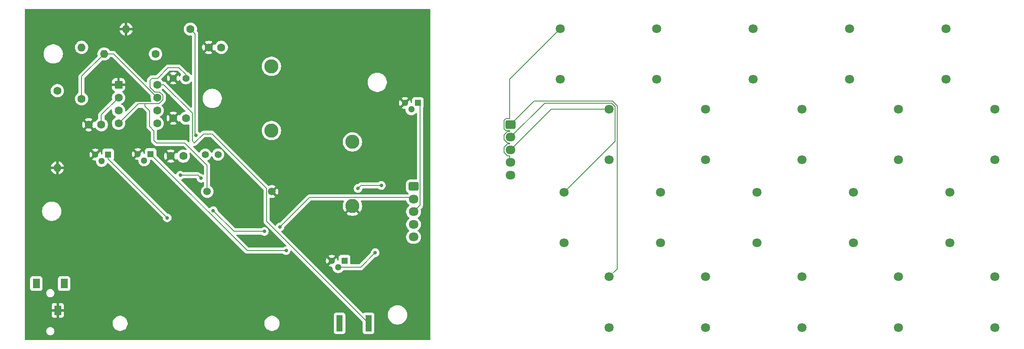
<source format=gbl>
G04 #@! TF.GenerationSoftware,KiCad,Pcbnew,9.0.1*
G04 #@! TF.CreationDate,2025-04-11T16:06:49-05:00*
G04 #@! TF.ProjectId,Soundlaser,536f756e-646c-4617-9365-722e6b696361,rev?*
G04 #@! TF.SameCoordinates,Original*
G04 #@! TF.FileFunction,Copper,L2,Bot*
G04 #@! TF.FilePolarity,Positive*
%FSLAX46Y46*%
G04 Gerber Fmt 4.6, Leading zero omitted, Abs format (unit mm)*
G04 Created by KiCad (PCBNEW 9.0.1) date 2025-04-11 16:06:49*
%MOMM*%
%LPD*%
G01*
G04 APERTURE LIST*
G04 Aperture macros list*
%AMRoundRect*
0 Rectangle with rounded corners*
0 $1 Rounding radius*
0 $2 $3 $4 $5 $6 $7 $8 $9 X,Y pos of 4 corners*
0 Add a 4 corners polygon primitive as box body*
4,1,4,$2,$3,$4,$5,$6,$7,$8,$9,$2,$3,0*
0 Add four circle primitives for the rounded corners*
1,1,$1+$1,$2,$3*
1,1,$1+$1,$4,$5*
1,1,$1+$1,$6,$7*
1,1,$1+$1,$8,$9*
0 Add four rect primitives between the rounded corners*
20,1,$1+$1,$2,$3,$4,$5,0*
20,1,$1+$1,$4,$5,$6,$7,0*
20,1,$1+$1,$6,$7,$8,$9,0*
20,1,$1+$1,$8,$9,$2,$3,0*%
G04 Aperture macros list end*
G04 #@! TA.AperFunction,ComponentPad*
%ADD10C,1.800000*%
G04 #@! TD*
G04 #@! TA.AperFunction,ComponentPad*
%ADD11C,1.600000*%
G04 #@! TD*
G04 #@! TA.AperFunction,ComponentPad*
%ADD12O,1.600000X1.600000*%
G04 #@! TD*
G04 #@! TA.AperFunction,ComponentPad*
%ADD13RoundRect,0.250000X-0.550000X-0.550000X0.550000X-0.550000X0.550000X0.550000X-0.550000X0.550000X0*%
G04 #@! TD*
G04 #@! TA.AperFunction,ComponentPad*
%ADD14C,1.400000*%
G04 #@! TD*
G04 #@! TA.AperFunction,ComponentPad*
%ADD15RoundRect,0.250000X-0.725000X0.600000X-0.725000X-0.600000X0.725000X-0.600000X0.725000X0.600000X0*%
G04 #@! TD*
G04 #@! TA.AperFunction,ComponentPad*
%ADD16O,1.950000X1.700000*%
G04 #@! TD*
G04 #@! TA.AperFunction,ComponentPad*
%ADD17R,1.300000X1.300000*%
G04 #@! TD*
G04 #@! TA.AperFunction,ComponentPad*
%ADD18C,1.300000*%
G04 #@! TD*
G04 #@! TA.AperFunction,ComponentPad*
%ADD19C,2.800000*%
G04 #@! TD*
G04 #@! TA.AperFunction,ComponentPad*
%ADD20R,1.400000X1.900000*%
G04 #@! TD*
G04 #@! TA.AperFunction,ComponentPad*
%ADD21R,1.300000X3.200000*%
G04 #@! TD*
G04 #@! TA.AperFunction,ComponentPad*
%ADD22C,1.500000*%
G04 #@! TD*
G04 #@! TA.AperFunction,ViaPad*
%ADD23C,0.700000*%
G04 #@! TD*
G04 #@! TA.AperFunction,Conductor*
%ADD24C,0.200000*%
G04 #@! TD*
G04 APERTURE END LIST*
D10*
G04 #@! TO.P,LS20,1,1*
G04 #@! TO.N,/Transmitter/PWR*
X320921250Y-165670000D03*
G04 #@! TO.P,LS20,2,2*
G04 #@! TO.N,/Transmitter/T3*
X320921250Y-155670000D03*
G04 #@! TD*
D11*
G04 #@! TO.P,R3,1*
G04 #@! TO.N,/40KHz*
X135702837Y-118860000D03*
D12*
G04 #@! TO.P,R3,2*
G04 #@! TO.N,GND*
X135702837Y-134100000D03*
G04 #@! TD*
D13*
G04 #@! TO.P,U1,1,GND*
G04 #@! TO.N,GND*
X147797837Y-117690000D03*
D11*
G04 #@! TO.P,U1,2,TR*
G04 #@! TO.N,Net-(U1-THR)*
X147797837Y-120230000D03*
G04 #@! TO.P,U1,3,Q*
G04 #@! TO.N,/40KHz*
X147797837Y-122770000D03*
G04 #@! TO.P,U1,4,R*
G04 #@! TO.N,+5V*
X147797837Y-125310000D03*
G04 #@! TO.P,U1,5,CV*
G04 #@! TO.N,Net-(U1-CV)*
X155417837Y-125310000D03*
G04 #@! TO.P,U1,6,THR*
G04 #@! TO.N,Net-(U1-THR)*
X155417837Y-122770000D03*
G04 #@! TO.P,U1,7,DIS*
G04 #@! TO.N,Net-(U1-DIS)*
X155417837Y-120230000D03*
G04 #@! TO.P,U1,8,VCC*
G04 #@! TO.N,Net-(SW1-A)*
X155417837Y-117690000D03*
G04 #@! TD*
D10*
G04 #@! TO.P,LS1,1,1*
G04 #@! TO.N,/Transmitter/PWR*
X235022250Y-116627750D03*
G04 #@! TO.P,LS1,2,2*
G04 #@! TO.N,/Transmitter/T0*
X235022250Y-106627750D03*
G04 #@! TD*
G04 #@! TO.P,LS15,1,1*
G04 #@! TO.N,/Transmitter/PWR*
X292971250Y-148970000D03*
G04 #@! TO.P,LS15,2,2*
G04 #@! TO.N,/Transmitter/T2*
X292971250Y-138970000D03*
G04 #@! TD*
D14*
G04 #@! TO.P,C1,1*
G04 #@! TO.N,+5V*
X161102837Y-116400000D03*
G04 #@! TO.P,C1,2*
G04 #@! TO.N,GND*
X158602837Y-116400000D03*
G04 #@! TD*
D10*
G04 #@! TO.P,LS9,1,1*
G04 #@! TO.N,/Transmitter/PWR*
X273122250Y-116627750D03*
G04 #@! TO.P,LS9,2,2*
G04 #@! TO.N,/Transmitter/T0*
X273122250Y-106627750D03*
G04 #@! TD*
D11*
G04 #@! TO.P,C5,1*
G04 #@! TO.N,Net-(U1-THR)*
X160602837Y-131800000D03*
G04 #@! TO.P,C5,2*
G04 #@! TO.N,GND*
X158102837Y-131800000D03*
G04 #@! TD*
D10*
G04 #@! TO.P,LS5,1,1*
G04 #@! TO.N,/Transmitter/PWR*
X254072250Y-116627750D03*
G04 #@! TO.P,LS5,2,2*
G04 #@! TO.N,/Transmitter/T0*
X254072250Y-106627750D03*
G04 #@! TD*
G04 #@! TO.P,LS16,1,1*
G04 #@! TO.N,/Transmitter/PWR*
X301871250Y-165670000D03*
G04 #@! TO.P,LS16,2,2*
G04 #@! TO.N,/Transmitter/T3*
X301871250Y-155670000D03*
G04 #@! TD*
G04 #@! TO.P,LS6,1,1*
G04 #@! TO.N,/Transmitter/PWR*
X263771250Y-132553750D03*
G04 #@! TO.P,LS6,2,2*
G04 #@! TO.N,/Transmitter/T1*
X263771250Y-122553750D03*
G04 #@! TD*
G04 #@! TO.P,LS13,1,1*
G04 #@! TO.N,/Transmitter/PWR*
X292172250Y-116627750D03*
G04 #@! TO.P,LS13,2,2*
G04 #@! TO.N,/Transmitter/T0*
X292172250Y-106627750D03*
G04 #@! TD*
D11*
G04 #@! TO.P,C3,1*
G04 #@! TO.N,Net-(U1-THR)*
X144402837Y-125600000D03*
G04 #@! TO.P,C3,2*
G04 #@! TO.N,GND*
X141902837Y-125600000D03*
G04 #@! TD*
G04 #@! TO.P,C4,1*
G04 #@! TO.N,Net-(U1-THR)*
X161102837Y-124300000D03*
G04 #@! TO.P,C4,2*
G04 #@! TO.N,GND*
X158602837Y-124300000D03*
G04 #@! TD*
D14*
G04 #@! TO.P,C6,1*
G04 #@! TO.N,Net-(C6-Pad1)*
X167452837Y-131500000D03*
G04 #@! TO.P,C6,2*
G04 #@! TO.N,Net-(U1-CV)*
X164952837Y-131500000D03*
G04 #@! TD*
D15*
G04 #@! TO.P,J3,1,Pin_1*
G04 #@! TO.N,/T3*
X206070337Y-137800000D03*
D16*
G04 #@! TO.P,J3,2,Pin_2*
G04 #@! TO.N,/T2*
X206070337Y-140300000D03*
G04 #@! TO.P,J3,3,Pin_3*
G04 #@! TO.N,/T1*
X206070337Y-142800000D03*
G04 #@! TO.P,J3,4,Pin_4*
G04 #@! TO.N,/T0*
X206070337Y-145300000D03*
G04 #@! TO.P,J3,5,Pin_5*
G04 #@! TO.N,+18V*
X206070337Y-147800000D03*
G04 #@! TD*
D17*
G04 #@! TO.P,Q4,1,D*
G04 #@! TO.N,/T3*
X154142837Y-131400000D03*
D18*
G04 #@! TO.P,Q4,2,G*
G04 #@! TO.N,/40KHz*
X152872837Y-132670000D03*
G04 #@! TO.P,Q4,3,S*
G04 #@! TO.N,GND*
X151602837Y-131400000D03*
G04 #@! TD*
D11*
G04 #@! TO.P,R1,1*
G04 #@! TO.N,Net-(U1-DIS)*
X140502837Y-120460000D03*
D12*
G04 #@! TO.P,R1,2*
G04 #@! TO.N,Net-(U1-THR)*
X140502837Y-110300000D03*
G04 #@! TD*
D19*
G04 #@! TO.P,BT1,1,+*
G04 #@! TO.N,Net-(BT1-+)*
X194002837Y-129000000D03*
G04 #@! TO.P,BT1,2,-*
G04 #@! TO.N,GND*
X194002837Y-141700000D03*
G04 #@! TD*
D20*
G04 #@! TO.P,J2,R*
G04 #@! TO.N,unconnected-(J2-PadR)*
X131552837Y-157000000D03*
G04 #@! TO.P,J2,S*
G04 #@! TO.N,Net-(C6-Pad1)*
X137052837Y-157000000D03*
G04 #@! TO.P,J2,T*
G04 #@! TO.N,GND*
X135802837Y-162300000D03*
G04 #@! TD*
D11*
G04 #@! TO.P,C2,1*
G04 #@! TO.N,Net-(U1-THR)*
X168102837Y-110300000D03*
G04 #@! TO.P,C2,2*
G04 #@! TO.N,GND*
X165602837Y-110300000D03*
G04 #@! TD*
D10*
G04 #@! TO.P,LS19,1,1*
G04 #@! TO.N,/Transmitter/PWR*
X312021250Y-148970000D03*
G04 #@! TO.P,LS19,2,2*
G04 #@! TO.N,/Transmitter/T2*
X312021250Y-138970000D03*
G04 #@! TD*
G04 #@! TO.P,LS11,1,1*
G04 #@! TO.N,/Transmitter/PWR*
X273921250Y-148970000D03*
G04 #@! TO.P,LS11,2,2*
G04 #@! TO.N,/Transmitter/T2*
X273921250Y-138970000D03*
G04 #@! TD*
D11*
G04 #@! TO.P,R4,1*
G04 #@! TO.N,Net-(U1-CV)*
X162002837Y-106700000D03*
D12*
G04 #@! TO.P,R4,2*
G04 #@! TO.N,GND*
X149302837Y-106700000D03*
G04 #@! TD*
D21*
G04 #@! TO.P,SW1,1,A*
G04 #@! TO.N,Net-(SW1-A)*
X197172837Y-164850000D03*
G04 #@! TO.P,SW1,2,B*
G04 #@! TO.N,+5V*
X191452837Y-164850000D03*
G04 #@! TD*
D22*
G04 #@! TO.P,BT2,1,+*
G04 #@! TO.N,+5V*
X165302837Y-138800000D03*
G04 #@! TO.P,BT2,2,-*
G04 #@! TO.N,GND*
X178102837Y-138800000D03*
G04 #@! TD*
D10*
G04 #@! TO.P,LS17,1,1*
G04 #@! TO.N,/Transmitter/PWR*
X311222250Y-116627750D03*
G04 #@! TO.P,LS17,2,2*
G04 #@! TO.N,/Transmitter/T0*
X311222250Y-106627750D03*
G04 #@! TD*
G04 #@! TO.P,LS3,1,1*
G04 #@! TO.N,/Transmitter/PWR*
X235821250Y-148970000D03*
G04 #@! TO.P,LS3,2,2*
G04 #@! TO.N,/Transmitter/T2*
X235821250Y-138970000D03*
G04 #@! TD*
G04 #@! TO.P,LS10,1,1*
G04 #@! TO.N,/Transmitter/PWR*
X282821250Y-132553750D03*
G04 #@! TO.P,LS10,2,2*
G04 #@! TO.N,/Transmitter/T1*
X282821250Y-122553750D03*
G04 #@! TD*
G04 #@! TO.P,LS7,1,1*
G04 #@! TO.N,/Transmitter/PWR*
X254871250Y-148970000D03*
G04 #@! TO.P,LS7,2,2*
G04 #@! TO.N,/Transmitter/T2*
X254871250Y-138970000D03*
G04 #@! TD*
D19*
G04 #@! TO.P,BT3,1,+*
G04 #@! TO.N,+18V*
X178002837Y-126750000D03*
G04 #@! TO.P,BT3,2,-*
G04 #@! TO.N,Net-(BT1-+)*
X178002837Y-114050000D03*
G04 #@! TD*
D17*
G04 #@! TO.P,Q2,1,D*
G04 #@! TO.N,/T1*
X206902837Y-121300000D03*
D18*
G04 #@! TO.P,Q2,2,G*
G04 #@! TO.N,/40KHz*
X205632837Y-122570000D03*
G04 #@! TO.P,Q2,3,S*
G04 #@! TO.N,GND*
X204362837Y-121300000D03*
G04 #@! TD*
D17*
G04 #@! TO.P,Q1,1,D*
G04 #@! TO.N,/T0*
X192442837Y-152500000D03*
D18*
G04 #@! TO.P,Q1,2,G*
G04 #@! TO.N,/40KHz*
X191172837Y-153770000D03*
G04 #@! TO.P,Q1,3,S*
G04 #@! TO.N,GND*
X189902837Y-152500000D03*
G04 #@! TD*
D11*
G04 #@! TO.P,R2,1*
G04 #@! TO.N,+5V*
X155102837Y-111600000D03*
D12*
G04 #@! TO.P,R2,2*
G04 #@! TO.N,Net-(U1-DIS)*
X144942837Y-111600000D03*
G04 #@! TD*
D10*
G04 #@! TO.P,LS2,1,1*
G04 #@! TO.N,/Transmitter/PWR*
X244721250Y-132553750D03*
G04 #@! TO.P,LS2,2,2*
G04 #@! TO.N,/Transmitter/T1*
X244721250Y-122553750D03*
G04 #@! TD*
G04 #@! TO.P,LS18,1,1*
G04 #@! TO.N,/Transmitter/PWR*
X320921250Y-132553750D03*
G04 #@! TO.P,LS18,2,2*
G04 #@! TO.N,/Transmitter/T1*
X320921250Y-122553750D03*
G04 #@! TD*
G04 #@! TO.P,LS14,1,1*
G04 #@! TO.N,/Transmitter/PWR*
X301871250Y-132553750D03*
G04 #@! TO.P,LS14,2,2*
G04 #@! TO.N,/Transmitter/T1*
X301871250Y-122553750D03*
G04 #@! TD*
G04 #@! TO.P,LS4,1,1*
G04 #@! TO.N,/Transmitter/PWR*
X244721250Y-165670000D03*
G04 #@! TO.P,LS4,2,2*
G04 #@! TO.N,/Transmitter/T3*
X244721250Y-155670000D03*
G04 #@! TD*
D17*
G04 #@! TO.P,Q3,1,D*
G04 #@! TO.N,/T2*
X145742837Y-131500000D03*
D18*
G04 #@! TO.P,Q3,2,G*
G04 #@! TO.N,/40KHz*
X144472837Y-132770000D03*
G04 #@! TO.P,Q3,3,S*
G04 #@! TO.N,GND*
X143202837Y-131500000D03*
G04 #@! TD*
D10*
G04 #@! TO.P,LS12,1,1*
G04 #@! TO.N,/Transmitter/PWR*
X282821250Y-165670000D03*
G04 #@! TO.P,LS12,2,2*
G04 #@! TO.N,/Transmitter/T3*
X282821250Y-155670000D03*
G04 #@! TD*
G04 #@! TO.P,LS8,1,1*
G04 #@! TO.N,/Transmitter/PWR*
X263771250Y-165670000D03*
G04 #@! TO.P,LS8,2,2*
G04 #@! TO.N,/Transmitter/T3*
X263771250Y-155670000D03*
G04 #@! TD*
D15*
G04 #@! TO.P,J1,1,Pin_1*
G04 #@! TO.N,/Transmitter/T3*
X225253750Y-125570000D03*
D16*
G04 #@! TO.P,J1,2,Pin_2*
G04 #@! TO.N,/Transmitter/T2*
X225253750Y-128070000D03*
G04 #@! TO.P,J1,3,Pin_3*
G04 #@! TO.N,/Transmitter/T1*
X225253750Y-130570000D03*
G04 #@! TO.P,J1,4,Pin_4*
G04 #@! TO.N,/Transmitter/T0*
X225253750Y-133070000D03*
G04 #@! TO.P,J1,5,Pin_5*
G04 #@! TO.N,/Transmitter/PWR*
X225253750Y-135570000D03*
G04 #@! TD*
D23*
G04 #@! TO.N,GND*
X168750000Y-126350000D03*
X169350000Y-133500000D03*
X161650000Y-133800000D03*
X157673637Y-119900000D03*
X158000000Y-122250000D03*
X161764863Y-141815611D03*
X160800000Y-126450000D03*
X156200000Y-128043189D03*
X202900000Y-151050000D03*
X160950000Y-118950000D03*
X201300000Y-146100000D03*
G04 #@! TO.N,Net-(U1-CV)*
X163100000Y-127700000D03*
G04 #@! TO.N,/T3*
X180902837Y-150500000D03*
G04 #@! TO.N,/T2*
X157402837Y-144000000D03*
X166502837Y-142600000D03*
X179702837Y-145800000D03*
X176602837Y-146700000D03*
G04 #@! TO.N,/40KHz*
X164102837Y-136200000D03*
X198502837Y-150900000D03*
X195102837Y-138200000D03*
X160002837Y-135600000D03*
X199702837Y-137600000D03*
G04 #@! TD*
D24*
G04 #@! TO.N,+5V*
X154961787Y-119129000D02*
X155873887Y-119129000D01*
X154400000Y-116400000D02*
X154002837Y-116797163D01*
X153002837Y-121912050D02*
X153002837Y-121400000D01*
X161102837Y-115702837D02*
X159700000Y-114300000D01*
X160900826Y-129197989D02*
X155252152Y-129197989D01*
X154795872Y-128741709D02*
X154795872Y-126811000D01*
X165302837Y-133600000D02*
X160900826Y-129197989D01*
X154796101Y-126811000D02*
X153916837Y-125931735D01*
X154002837Y-116797163D02*
X154002837Y-118170050D01*
X156518837Y-120686050D02*
X155804887Y-121400000D01*
X155500000Y-116400000D02*
X154400000Y-116400000D01*
X155252152Y-129197989D02*
X154795872Y-128741709D01*
X153916837Y-125931735D02*
X153916837Y-122826050D01*
X161102837Y-116400000D02*
X161102837Y-115702837D01*
X153916837Y-122826050D02*
X153002837Y-121912050D01*
X154795872Y-126811000D02*
X154796101Y-126811000D01*
X153002837Y-121400000D02*
X151707837Y-121400000D01*
X159700000Y-114300000D02*
X157600000Y-114300000D01*
X154002837Y-118170050D02*
X154961787Y-119129000D01*
X155804887Y-121400000D02*
X153002837Y-121400000D01*
X156518837Y-119773950D02*
X156518837Y-120686050D01*
X165302837Y-138800000D02*
X165302837Y-133600000D01*
X151707837Y-121400000D02*
X147797837Y-125310000D01*
X157600000Y-114300000D02*
X155500000Y-116400000D01*
X155873887Y-119129000D02*
X156518837Y-119773950D01*
G04 #@! TO.N,Net-(U1-THR)*
X144402837Y-125600000D02*
X144402837Y-123625000D01*
X144402837Y-123625000D02*
X147797837Y-120230000D01*
G04 #@! TO.N,Net-(U1-CV)*
X162900000Y-107597163D02*
X162002837Y-106700000D01*
X162900000Y-127500000D02*
X162900000Y-107597163D01*
X163100000Y-127700000D02*
X162900000Y-127500000D01*
G04 #@! TO.N,/Transmitter/T0*
X223977750Y-130093240D02*
X223977750Y-131046760D01*
X225050000Y-129419000D02*
X224651990Y-129419000D01*
X224293590Y-124419000D02*
X223977750Y-124734840D01*
X224293590Y-126721000D02*
X225050000Y-126721000D01*
X235022250Y-106627750D02*
X225050000Y-116600000D01*
X225050000Y-126721000D02*
X225050000Y-126919000D01*
X225050000Y-132866250D02*
X225253750Y-133070000D01*
X225050000Y-126919000D02*
X224651990Y-126919000D01*
X224651990Y-126919000D02*
X223977750Y-127593240D01*
X225050000Y-124419000D02*
X224293590Y-124419000D01*
X223977750Y-131046760D02*
X224651990Y-131721000D01*
X223977750Y-126405160D02*
X224293590Y-126721000D01*
X224651990Y-131721000D02*
X225050000Y-131721000D01*
X224651990Y-129221000D02*
X225050000Y-129221000D01*
X225050000Y-131721000D02*
X225050000Y-132866250D01*
X225050000Y-129221000D02*
X225050000Y-129419000D01*
X224651990Y-129419000D02*
X223977750Y-130093240D01*
X223977750Y-128546760D02*
X224651990Y-129221000D01*
X223977750Y-124734840D02*
X223977750Y-126405160D01*
X225050000Y-116600000D02*
X225050000Y-124419000D01*
X223977750Y-127593240D02*
X223977750Y-128546760D01*
G04 #@! TO.N,/Transmitter/T1*
X244721250Y-122553750D02*
X233270000Y-122553750D01*
X233270000Y-122553750D02*
X225253750Y-130570000D01*
G04 #@! TO.N,/Transmitter/T3*
X229872000Y-120951750D02*
X225253750Y-125570000D01*
X246323250Y-154068000D02*
X246323250Y-121890179D01*
X245384821Y-120951750D02*
X229872000Y-120951750D01*
X246323250Y-121890179D02*
X245384821Y-120951750D01*
X244721250Y-155670000D02*
X246323250Y-154068000D01*
G04 #@! TO.N,/Transmitter/T2*
X245218721Y-121352750D02*
X231971000Y-121352750D01*
X231971000Y-121352750D02*
X225253750Y-128070000D01*
X235821250Y-138970000D02*
X245922250Y-128869000D01*
X245922250Y-128869000D02*
X245922250Y-122056279D01*
X245922250Y-122056279D02*
X245218721Y-121352750D01*
G04 #@! TO.N,/T1*
X207346337Y-141524000D02*
X207346337Y-121743500D01*
X206070337Y-142800000D02*
X207346337Y-141524000D01*
G04 #@! TO.N,/T3*
X173242837Y-150500000D02*
X180902837Y-150500000D01*
X154142837Y-131400000D02*
X173242837Y-150500000D01*
G04 #@! TO.N,/T2*
X185503837Y-139999000D02*
X179702837Y-145800000D01*
X176602837Y-146700000D02*
X170602837Y-146700000D01*
X157402837Y-144000000D02*
X145742837Y-132340000D01*
X170602837Y-146700000D02*
X166502837Y-142600000D01*
X145742837Y-132340000D02*
X145742837Y-131500000D01*
X205769337Y-139999000D02*
X185503837Y-139999000D01*
G04 #@! TO.N,/40KHz*
X195632837Y-153770000D02*
X191172837Y-153770000D01*
X195702837Y-137600000D02*
X195102837Y-138200000D01*
X198502837Y-150900000D02*
X195632837Y-153770000D01*
X199702837Y-137600000D02*
X195702837Y-137600000D01*
X163502837Y-135600000D02*
X160002837Y-135600000D01*
X164102837Y-136200000D02*
X163502837Y-135600000D01*
G04 #@! TO.N,Net-(U1-DIS)*
X140502837Y-116040000D02*
X144942837Y-111600000D01*
X146787837Y-111600000D02*
X155417837Y-120230000D01*
X144942837Y-111600000D02*
X146787837Y-111600000D01*
X140502837Y-120460000D02*
X140502837Y-116040000D01*
G04 #@! TO.N,Net-(SW1-A)*
X156740000Y-117690000D02*
X155417837Y-117690000D01*
X162366511Y-123316511D02*
X156740000Y-117690000D01*
X162366511Y-128797989D02*
X162366511Y-123316511D01*
X166259207Y-127400000D02*
X164568522Y-127400000D01*
X177051837Y-144729000D02*
X177051837Y-138192630D01*
X162768522Y-129200000D02*
X162366511Y-128797989D01*
X197172837Y-164850000D02*
X177051837Y-144729000D01*
X164568522Y-127400000D02*
X162768522Y-129200000D01*
X177051837Y-138192630D02*
X166259207Y-127400000D01*
G04 #@! TD*
G04 #@! TA.AperFunction,Conductor*
G04 #@! TO.N,GND*
G36*
X166026149Y-128020185D02*
G01*
X166046791Y-128036819D01*
X176415018Y-138405046D01*
X176448503Y-138466369D01*
X176451337Y-138492727D01*
X176451337Y-144642330D01*
X176451336Y-144642348D01*
X176451336Y-144808054D01*
X176451335Y-144808054D01*
X176451336Y-144808057D01*
X176492260Y-144960785D01*
X176492261Y-144960786D01*
X176504614Y-144982184D01*
X176504615Y-144982185D01*
X176571312Y-145097709D01*
X176571318Y-145097717D01*
X176690186Y-145216585D01*
X176690192Y-145216590D01*
X180911421Y-149437819D01*
X180944906Y-149499142D01*
X180939922Y-149568834D01*
X180898050Y-149624767D01*
X180832586Y-149649184D01*
X180823740Y-149649500D01*
X180819065Y-149649500D01*
X180654762Y-149682182D01*
X180654754Y-149682184D01*
X180499976Y-149746295D01*
X180360674Y-149839373D01*
X180360671Y-149839376D01*
X180336867Y-149863181D01*
X180275544Y-149896666D01*
X180249186Y-149899500D01*
X173542934Y-149899500D01*
X173475895Y-149879815D01*
X173455253Y-149863181D01*
X171104253Y-147512181D01*
X171070768Y-147450858D01*
X171075752Y-147381166D01*
X171117624Y-147325233D01*
X171183088Y-147300816D01*
X171191934Y-147300500D01*
X175949186Y-147300500D01*
X176016225Y-147320185D01*
X176036867Y-147336819D01*
X176060674Y-147360626D01*
X176153331Y-147422537D01*
X176199974Y-147453703D01*
X176354755Y-147517816D01*
X176519065Y-147550499D01*
X176519069Y-147550500D01*
X176519070Y-147550500D01*
X176686605Y-147550500D01*
X176686606Y-147550499D01*
X176850919Y-147517816D01*
X177005700Y-147453703D01*
X177144999Y-147360626D01*
X177263463Y-147242162D01*
X177356540Y-147102863D01*
X177420653Y-146948082D01*
X177453337Y-146783767D01*
X177453337Y-146616233D01*
X177420653Y-146451918D01*
X177356540Y-146297137D01*
X177293546Y-146202860D01*
X177263463Y-146157837D01*
X177144999Y-146039373D01*
X177005697Y-145946295D01*
X176850919Y-145882184D01*
X176850911Y-145882182D01*
X176686608Y-145849500D01*
X176686604Y-145849500D01*
X176519070Y-145849500D01*
X176519065Y-145849500D01*
X176354762Y-145882182D01*
X176354754Y-145882184D01*
X176199976Y-145946295D01*
X176060674Y-146039373D01*
X176060671Y-146039376D01*
X176036867Y-146063181D01*
X175975544Y-146096666D01*
X175949186Y-146099500D01*
X170902935Y-146099500D01*
X170835896Y-146079815D01*
X170815254Y-146063181D01*
X167389656Y-142637583D01*
X167356171Y-142576260D01*
X167353337Y-142549902D01*
X167353337Y-142516232D01*
X167353336Y-142516228D01*
X167320654Y-142351925D01*
X167320653Y-142351918D01*
X167256540Y-142197137D01*
X167189654Y-142097035D01*
X167163463Y-142057837D01*
X167044999Y-141939373D01*
X166905697Y-141846295D01*
X166750919Y-141782184D01*
X166750911Y-141782182D01*
X166586608Y-141749500D01*
X166586604Y-141749500D01*
X166419070Y-141749500D01*
X166419065Y-141749500D01*
X166254762Y-141782182D01*
X166254754Y-141782184D01*
X166099976Y-141846295D01*
X165960674Y-141939373D01*
X165960671Y-141939376D01*
X165837903Y-142062145D01*
X165837050Y-142061292D01*
X165784580Y-142097035D01*
X165714735Y-142098906D01*
X165658789Y-142066717D01*
X160211708Y-136619636D01*
X160178223Y-136558313D01*
X160183207Y-136488621D01*
X160225079Y-136432688D01*
X160251931Y-136417396D01*
X160405700Y-136353703D01*
X160544999Y-136260626D01*
X160545002Y-136260623D01*
X160568807Y-136236819D01*
X160630130Y-136203334D01*
X160656488Y-136200500D01*
X163134010Y-136200500D01*
X163201049Y-136220185D01*
X163246804Y-136272989D01*
X163255627Y-136300309D01*
X163285019Y-136448074D01*
X163285021Y-136448082D01*
X163349132Y-136602860D01*
X163442210Y-136742162D01*
X163560674Y-136860626D01*
X163653331Y-136922537D01*
X163699974Y-136953703D01*
X163699975Y-136953703D01*
X163699976Y-136953704D01*
X163722856Y-136963181D01*
X163854755Y-137017816D01*
X164002495Y-137047203D01*
X164019065Y-137050499D01*
X164019069Y-137050500D01*
X164019070Y-137050500D01*
X164186605Y-137050500D01*
X164186606Y-137050499D01*
X164350919Y-137017816D01*
X164505700Y-136953703D01*
X164509444Y-136951200D01*
X164576117Y-136930321D01*
X164643498Y-136948802D01*
X164690191Y-137000779D01*
X164702337Y-137054301D01*
X164702337Y-137627403D01*
X164682652Y-137694442D01*
X164651223Y-137727721D01*
X164488189Y-137846173D01*
X164349011Y-137985351D01*
X164349011Y-137985352D01*
X164349009Y-137985354D01*
X164336290Y-138002860D01*
X164233313Y-138144594D01*
X164143954Y-138319970D01*
X164083127Y-138507173D01*
X164052337Y-138701577D01*
X164052337Y-138898422D01*
X164083127Y-139092826D01*
X164143954Y-139280029D01*
X164225169Y-139439422D01*
X164233313Y-139455405D01*
X164349009Y-139614646D01*
X164488191Y-139753828D01*
X164647432Y-139869524D01*
X164730292Y-139911743D01*
X164822807Y-139958882D01*
X164822809Y-139958882D01*
X164822812Y-139958884D01*
X164923154Y-139991487D01*
X165010010Y-140019709D01*
X165204415Y-140050500D01*
X165204420Y-140050500D01*
X165401259Y-140050500D01*
X165595663Y-140019709D01*
X165607435Y-140015884D01*
X165782862Y-139958884D01*
X165958242Y-139869524D01*
X166117483Y-139753828D01*
X166256665Y-139614646D01*
X166372361Y-139455405D01*
X166461721Y-139280025D01*
X166522546Y-139092826D01*
X166529250Y-139050499D01*
X166553337Y-138898422D01*
X166553337Y-138701577D01*
X166522546Y-138507173D01*
X166461719Y-138319970D01*
X166372360Y-138144594D01*
X166370593Y-138142162D01*
X166256665Y-137985354D01*
X166117483Y-137846172D01*
X166049995Y-137797139D01*
X165954451Y-137727721D01*
X165911786Y-137672390D01*
X165903337Y-137627403D01*
X165903337Y-133689060D01*
X165903338Y-133689047D01*
X165903338Y-133520944D01*
X165903338Y-133520943D01*
X165862414Y-133368216D01*
X165807438Y-133272994D01*
X165783361Y-133231290D01*
X165783355Y-133231282D01*
X165591482Y-133039409D01*
X165368776Y-132816704D01*
X165335292Y-132755382D01*
X165340276Y-132685691D01*
X165382147Y-132629757D01*
X165409662Y-132615582D01*
X165409176Y-132614408D01*
X165413667Y-132612548D01*
X165464165Y-132586818D01*
X165582036Y-132526760D01*
X165734910Y-132415690D01*
X165868527Y-132282073D01*
X165979597Y-132129199D01*
X166065384Y-131960832D01*
X166084906Y-131900748D01*
X166124344Y-131843073D01*
X166188702Y-131815875D01*
X166257549Y-131827790D01*
X166309024Y-131875034D01*
X166320767Y-131900746D01*
X166340290Y-131960832D01*
X166426077Y-132129199D01*
X166537147Y-132282073D01*
X166670764Y-132415690D01*
X166823638Y-132526760D01*
X166870229Y-132550499D01*
X166992000Y-132612545D01*
X166992002Y-132612545D01*
X166992005Y-132612547D01*
X167044972Y-132629757D01*
X167171718Y-132670940D01*
X167358351Y-132700500D01*
X167358356Y-132700500D01*
X167547323Y-132700500D01*
X167733955Y-132670940D01*
X167777313Y-132656852D01*
X167913669Y-132612547D01*
X168082036Y-132526760D01*
X168234910Y-132415690D01*
X168368527Y-132282073D01*
X168479597Y-132129199D01*
X168565384Y-131960832D01*
X168623777Y-131781118D01*
X168636025Y-131703789D01*
X168653337Y-131594486D01*
X168653337Y-131405513D01*
X168623777Y-131218881D01*
X168579970Y-131084059D01*
X168565384Y-131039168D01*
X168565382Y-131039165D01*
X168565382Y-131039163D01*
X168479596Y-130870800D01*
X168477549Y-130867982D01*
X168368527Y-130717927D01*
X168234910Y-130584310D01*
X168082036Y-130473240D01*
X168060532Y-130462283D01*
X167913673Y-130387454D01*
X167733955Y-130329059D01*
X167547323Y-130299500D01*
X167547318Y-130299500D01*
X167358356Y-130299500D01*
X167358351Y-130299500D01*
X167171718Y-130329059D01*
X166992000Y-130387454D01*
X166823637Y-130473240D01*
X166748389Y-130527912D01*
X166670764Y-130584310D01*
X166670762Y-130584312D01*
X166670761Y-130584312D01*
X166537149Y-130717924D01*
X166537149Y-130717925D01*
X166537147Y-130717927D01*
X166490983Y-130781466D01*
X166426077Y-130870800D01*
X166340291Y-131039163D01*
X166320768Y-131099251D01*
X166281330Y-131156926D01*
X166216971Y-131184124D01*
X166148125Y-131172209D01*
X166096649Y-131124965D01*
X166084906Y-131099251D01*
X166079970Y-131084059D01*
X166065384Y-131039168D01*
X166065382Y-131039165D01*
X166065382Y-131039163D01*
X165979596Y-130870800D01*
X165977549Y-130867982D01*
X165868527Y-130717927D01*
X165734910Y-130584310D01*
X165582036Y-130473240D01*
X165560532Y-130462283D01*
X165413673Y-130387454D01*
X165233955Y-130329059D01*
X165047323Y-130299500D01*
X165047318Y-130299500D01*
X164858356Y-130299500D01*
X164858351Y-130299500D01*
X164671718Y-130329059D01*
X164492000Y-130387454D01*
X164323637Y-130473240D01*
X164248389Y-130527912D01*
X164170764Y-130584310D01*
X164170762Y-130584312D01*
X164170761Y-130584312D01*
X164037149Y-130717924D01*
X164037149Y-130717925D01*
X164037147Y-130717927D01*
X163990983Y-130781466D01*
X163926077Y-130870800D01*
X163840288Y-131039169D01*
X163838429Y-131043661D01*
X163836282Y-131042772D01*
X163802111Y-131092530D01*
X163737697Y-131119598D01*
X163668875Y-131107544D01*
X163636131Y-131084059D01*
X162556491Y-130004419D01*
X162523006Y-129943096D01*
X162527990Y-129873404D01*
X162569862Y-129817471D01*
X162635326Y-129793054D01*
X162676262Y-129796963D01*
X162689465Y-129800501D01*
X162689468Y-129800501D01*
X162847576Y-129800501D01*
X162847579Y-129800501D01*
X163000307Y-129759577D01*
X163137238Y-129680519D01*
X164780938Y-128036819D01*
X164842261Y-128003334D01*
X164868619Y-128000500D01*
X165959110Y-128000500D01*
X166026149Y-128020185D01*
G37*
G04 #@! TD.AperFunction*
G04 #@! TA.AperFunction,Conductor*
G36*
X156649303Y-118448555D02*
G01*
X156650565Y-118449800D01*
X161000865Y-122800100D01*
X161034350Y-122861423D01*
X161029366Y-122931115D01*
X160987494Y-122987048D01*
X160932583Y-123010254D01*
X160798301Y-123031523D01*
X160603613Y-123094781D01*
X160421223Y-123187715D01*
X160255623Y-123308028D01*
X160110865Y-123452786D01*
X159990551Y-123618386D01*
X159963040Y-123672379D01*
X159915064Y-123723174D01*
X159847243Y-123739968D01*
X159781109Y-123717429D01*
X159742071Y-123672376D01*
X159714698Y-123618652D01*
X159682311Y-123574077D01*
X159682311Y-123574076D01*
X159002837Y-124253551D01*
X159002837Y-124247339D01*
X158975578Y-124145606D01*
X158922917Y-124054394D01*
X158848443Y-123979920D01*
X158757231Y-123927259D01*
X158655498Y-123900000D01*
X158649283Y-123900000D01*
X159328759Y-123220524D01*
X159328758Y-123220523D01*
X159284196Y-123188147D01*
X159284187Y-123188141D01*
X159101868Y-123095244D01*
X158907254Y-123032009D01*
X158705154Y-123000000D01*
X158500520Y-123000000D01*
X158298419Y-123032009D01*
X158103805Y-123095244D01*
X157921481Y-123188143D01*
X157876914Y-123220523D01*
X157876914Y-123220524D01*
X158556391Y-123900000D01*
X158550176Y-123900000D01*
X158448443Y-123927259D01*
X158357231Y-123979920D01*
X158282757Y-124054394D01*
X158230096Y-124145606D01*
X158202837Y-124247339D01*
X158202837Y-124253553D01*
X157523361Y-123574077D01*
X157523360Y-123574077D01*
X157490980Y-123618644D01*
X157398081Y-123800968D01*
X157334846Y-123995582D01*
X157302837Y-124197682D01*
X157302837Y-124402317D01*
X157334846Y-124604417D01*
X157398081Y-124799031D01*
X157490978Y-124981350D01*
X157490984Y-124981359D01*
X157523360Y-125025921D01*
X157523361Y-125025922D01*
X158202837Y-124346446D01*
X158202837Y-124352661D01*
X158230096Y-124454394D01*
X158282757Y-124545606D01*
X158357231Y-124620080D01*
X158448443Y-124672741D01*
X158550176Y-124700000D01*
X158556390Y-124700000D01*
X157876913Y-125379474D01*
X157921487Y-125411859D01*
X158103805Y-125504755D01*
X158298419Y-125567990D01*
X158500520Y-125600000D01*
X158705154Y-125600000D01*
X158907254Y-125567990D01*
X159101868Y-125504755D01*
X159284186Y-125411859D01*
X159328758Y-125379474D01*
X158649284Y-124700000D01*
X158655498Y-124700000D01*
X158757231Y-124672741D01*
X158848443Y-124620080D01*
X158922917Y-124545606D01*
X158975578Y-124454394D01*
X159002837Y-124352661D01*
X159002837Y-124346447D01*
X159682311Y-125025921D01*
X159714696Y-124981349D01*
X159742070Y-124927624D01*
X159790044Y-124876827D01*
X159857865Y-124860031D01*
X159924000Y-124882567D01*
X159963040Y-124927621D01*
X159990550Y-124981611D01*
X160110865Y-125147213D01*
X160255623Y-125291971D01*
X160341543Y-125354394D01*
X160421227Y-125412287D01*
X160537444Y-125471503D01*
X160603613Y-125505218D01*
X160603615Y-125505218D01*
X160603618Y-125505220D01*
X160706880Y-125538772D01*
X160798302Y-125568477D01*
X160899394Y-125584488D01*
X161000485Y-125600500D01*
X161000486Y-125600500D01*
X161205188Y-125600500D01*
X161205189Y-125600500D01*
X161407371Y-125568477D01*
X161602056Y-125505220D01*
X161602063Y-125505216D01*
X161603692Y-125504687D01*
X161673533Y-125502692D01*
X161733366Y-125538772D01*
X161764195Y-125601472D01*
X161766011Y-125622618D01*
X161766011Y-128711319D01*
X161766008Y-128711328D01*
X161766010Y-128711328D01*
X161766010Y-128877045D01*
X161769547Y-128890245D01*
X161767884Y-128960095D01*
X161728721Y-129017957D01*
X161664493Y-129045461D01*
X161595591Y-129033874D01*
X161562091Y-129010019D01*
X161388416Y-128836344D01*
X161388414Y-128836341D01*
X161269543Y-128717470D01*
X161269542Y-128717469D01*
X161174595Y-128662652D01*
X161174594Y-128662651D01*
X161132609Y-128638411D01*
X161056366Y-128617982D01*
X160979883Y-128597488D01*
X160821769Y-128597488D01*
X160814173Y-128597488D01*
X160814157Y-128597489D01*
X155552249Y-128597489D01*
X155522808Y-128588844D01*
X155492822Y-128582321D01*
X155487806Y-128578566D01*
X155485210Y-128577804D01*
X155464568Y-128561170D01*
X155432691Y-128529293D01*
X155399206Y-128467970D01*
X155396372Y-128441612D01*
X155396372Y-126899935D01*
X155396602Y-126896427D01*
X155396602Y-126734500D01*
X155416287Y-126667461D01*
X155469091Y-126621706D01*
X155515385Y-126611634D01*
X155515326Y-126610883D01*
X155520186Y-126610500D01*
X155520189Y-126610500D01*
X155722371Y-126578477D01*
X155917056Y-126515220D01*
X156099447Y-126422287D01*
X156192427Y-126354732D01*
X156265050Y-126301971D01*
X156265052Y-126301968D01*
X156265056Y-126301966D01*
X156409803Y-126157219D01*
X156409805Y-126157215D01*
X156409808Y-126157213D01*
X156462569Y-126084590D01*
X156530124Y-125991610D01*
X156623057Y-125809219D01*
X156686314Y-125614534D01*
X156718337Y-125412352D01*
X156718337Y-125207648D01*
X156686314Y-125005466D01*
X156675563Y-124972379D01*
X156643623Y-124874076D01*
X156623057Y-124810781D01*
X156623055Y-124810778D01*
X156623055Y-124810776D01*
X156566611Y-124700000D01*
X156530124Y-124628390D01*
X156512707Y-124604417D01*
X156409808Y-124462786D01*
X156265056Y-124318034D01*
X156265048Y-124318028D01*
X156230784Y-124293134D01*
X156230783Y-124293132D01*
X156099451Y-124197715D01*
X156092843Y-124194348D01*
X156006754Y-124150483D01*
X155955960Y-124102511D01*
X155939165Y-124034690D01*
X155961702Y-123968555D01*
X156006754Y-123929516D01*
X156099447Y-123882287D01*
X156211374Y-123800968D01*
X156265050Y-123761971D01*
X156265052Y-123761968D01*
X156265056Y-123761966D01*
X156409803Y-123617219D01*
X156409805Y-123617215D01*
X156409808Y-123617213D01*
X156462569Y-123544590D01*
X156530124Y-123451610D01*
X156623057Y-123269219D01*
X156679585Y-123095244D01*
X156686313Y-123074538D01*
X156686313Y-123074537D01*
X156686314Y-123074534D01*
X156718337Y-122872352D01*
X156718337Y-122667648D01*
X156717212Y-122660546D01*
X156686314Y-122465465D01*
X156653913Y-122365747D01*
X156623057Y-122270781D01*
X156623055Y-122270778D01*
X156623055Y-122270776D01*
X156550490Y-122128361D01*
X156530124Y-122088390D01*
X156507668Y-122057482D01*
X156409808Y-121922786D01*
X156358253Y-121871231D01*
X156353919Y-121863294D01*
X156346679Y-121857876D01*
X156337436Y-121833108D01*
X156324768Y-121809908D01*
X156325413Y-121800888D01*
X156322251Y-121792415D01*
X156327866Y-121766581D01*
X156329752Y-121740216D01*
X156335563Y-121731171D01*
X156337092Y-121724140D01*
X156358196Y-121695949D01*
X156358239Y-121695883D01*
X156361674Y-121692447D01*
X156364609Y-121689512D01*
X156364612Y-121689510D01*
X156364616Y-121689505D01*
X156877343Y-121176778D01*
X156877348Y-121176774D01*
X156887551Y-121166570D01*
X156887553Y-121166570D01*
X156999357Y-121054766D01*
X157054521Y-120959219D01*
X157078414Y-120917835D01*
X157119338Y-120765107D01*
X157119338Y-120606993D01*
X157119338Y-120599398D01*
X157119337Y-120599380D01*
X157119337Y-119863009D01*
X157119338Y-119862996D01*
X157119338Y-119694895D01*
X157119338Y-119694893D01*
X157078414Y-119542165D01*
X157035614Y-119468034D01*
X156999357Y-119405234D01*
X156887553Y-119293430D01*
X156887552Y-119293429D01*
X156883222Y-119289099D01*
X156883211Y-119289089D01*
X156361477Y-118767355D01*
X156358239Y-118764117D01*
X156348702Y-118746644D01*
X156345984Y-118748457D01*
X156345982Y-118748454D01*
X156348700Y-118746641D01*
X156340413Y-118731459D01*
X156324768Y-118702807D01*
X156324768Y-118702796D01*
X156324764Y-118702788D01*
X156327181Y-118669056D01*
X156329752Y-118633115D01*
X156329758Y-118633105D01*
X156329759Y-118633097D01*
X156329791Y-118633053D01*
X156358252Y-118588768D01*
X156409803Y-118537219D01*
X156462566Y-118464596D01*
X156517894Y-118421931D01*
X156587507Y-118415950D01*
X156649303Y-118448555D01*
G37*
G04 #@! TD.AperFunction*
G04 #@! TA.AperFunction,Conductor*
G36*
X159466942Y-114920185D02*
G01*
X159487584Y-114936819D01*
X160104493Y-115553728D01*
X160137978Y-115615051D01*
X160132994Y-115684743D01*
X160117132Y-115714292D01*
X160076076Y-115770802D01*
X159990289Y-115939167D01*
X159970504Y-116000060D01*
X159931066Y-116057735D01*
X159866707Y-116084932D01*
X159797861Y-116073017D01*
X159746386Y-116025772D01*
X159734643Y-116000057D01*
X159714923Y-115939364D01*
X159629166Y-115771059D01*
X159610720Y-115745670D01*
X159610719Y-115745669D01*
X158956391Y-116399999D01*
X158956391Y-116400000D01*
X159610719Y-117054328D01*
X159610720Y-117054328D01*
X159629168Y-117028937D01*
X159714920Y-116860641D01*
X159734642Y-116799942D01*
X159774079Y-116742267D01*
X159838437Y-116715067D01*
X159907284Y-116726981D01*
X159958760Y-116774224D01*
X159970505Y-116799940D01*
X159990291Y-116860836D01*
X160054729Y-116987302D01*
X160076077Y-117029199D01*
X160187147Y-117182073D01*
X160320764Y-117315690D01*
X160473638Y-117426760D01*
X160508247Y-117444394D01*
X160642000Y-117512545D01*
X160642002Y-117512545D01*
X160642005Y-117512547D01*
X160712973Y-117535606D01*
X160821718Y-117570940D01*
X161008351Y-117600500D01*
X161008356Y-117600500D01*
X161197323Y-117600500D01*
X161383955Y-117570940D01*
X161419163Y-117559500D01*
X161563669Y-117512547D01*
X161732036Y-117426760D01*
X161884910Y-117315690D01*
X162018527Y-117182073D01*
X162075182Y-117104093D01*
X162130512Y-117061428D01*
X162200125Y-117055449D01*
X162261920Y-117088055D01*
X162296277Y-117148893D01*
X162299500Y-117176979D01*
X162299500Y-122100903D01*
X162279815Y-122167942D01*
X162227011Y-122213697D01*
X162157853Y-122223641D01*
X162094297Y-122194616D01*
X162087819Y-122188584D01*
X157307117Y-117407882D01*
X157948506Y-117407882D01*
X157948507Y-117407883D01*
X157973896Y-117426329D01*
X158142199Y-117512085D01*
X158321834Y-117570451D01*
X158508390Y-117600000D01*
X158697284Y-117600000D01*
X158883839Y-117570451D01*
X159063474Y-117512085D01*
X159231774Y-117426331D01*
X159257165Y-117407883D01*
X159257165Y-117407882D01*
X158602838Y-116753554D01*
X158602837Y-116753554D01*
X157948506Y-117407882D01*
X157307117Y-117407882D01*
X157227590Y-117328355D01*
X157227588Y-117328352D01*
X157108717Y-117209481D01*
X157108712Y-117209477D01*
X157012107Y-117153703D01*
X157012106Y-117153702D01*
X156971790Y-117130425D01*
X156971789Y-117130424D01*
X156959263Y-117127067D01*
X156819057Y-117089499D01*
X156660943Y-117089499D01*
X156653347Y-117089499D01*
X156653331Y-117089500D01*
X156647439Y-117089500D01*
X156580400Y-117069815D01*
X156536954Y-117021795D01*
X156530121Y-117008385D01*
X156409808Y-116842786D01*
X156265052Y-116698030D01*
X156258645Y-116693375D01*
X156215982Y-116638043D01*
X156210006Y-116568429D01*
X156242615Y-116506636D01*
X156243781Y-116505453D01*
X156443682Y-116305552D01*
X157402837Y-116305552D01*
X157402837Y-116494447D01*
X157432385Y-116681002D01*
X157490751Y-116860637D01*
X157576503Y-117028933D01*
X157594953Y-117054328D01*
X158249283Y-116400000D01*
X158249283Y-116399999D01*
X158203206Y-116353922D01*
X158252837Y-116353922D01*
X158252837Y-116446078D01*
X158276689Y-116535095D01*
X158322767Y-116614905D01*
X158387932Y-116680070D01*
X158467742Y-116726148D01*
X158556759Y-116750000D01*
X158648915Y-116750000D01*
X158737932Y-116726148D01*
X158817742Y-116680070D01*
X158882907Y-116614905D01*
X158928985Y-116535095D01*
X158952837Y-116446078D01*
X158952837Y-116353922D01*
X158928985Y-116264905D01*
X158882907Y-116185095D01*
X158817742Y-116119930D01*
X158737932Y-116073852D01*
X158648915Y-116050000D01*
X158556759Y-116050000D01*
X158467742Y-116073852D01*
X158387932Y-116119930D01*
X158322767Y-116185095D01*
X158276689Y-116264905D01*
X158252837Y-116353922D01*
X158203206Y-116353922D01*
X157594953Y-115745669D01*
X157594953Y-115745670D01*
X157576506Y-115771060D01*
X157490751Y-115939362D01*
X157432385Y-116118997D01*
X157402837Y-116305552D01*
X156443682Y-116305552D01*
X157357119Y-115392116D01*
X157948506Y-115392116D01*
X158602837Y-116046446D01*
X158602838Y-116046446D01*
X159257165Y-115392116D01*
X159231770Y-115373666D01*
X159063474Y-115287914D01*
X158883839Y-115229548D01*
X158697284Y-115200000D01*
X158508390Y-115200000D01*
X158321834Y-115229548D01*
X158142199Y-115287914D01*
X157973897Y-115373669D01*
X157948507Y-115392116D01*
X157948506Y-115392116D01*
X157357119Y-115392116D01*
X157812416Y-114936819D01*
X157873739Y-114903334D01*
X157900097Y-114900500D01*
X159399903Y-114900500D01*
X159466942Y-114920185D01*
G37*
G04 #@! TD.AperFunction*
G04 #@! TA.AperFunction,Conductor*
G36*
X209342096Y-102720185D02*
G01*
X209387851Y-102772989D01*
X209399056Y-102824587D01*
X209353996Y-166360300D01*
X209352779Y-168075588D01*
X209333047Y-168142613D01*
X209280210Y-168188331D01*
X209228779Y-168199500D01*
X129424500Y-168199500D01*
X129357461Y-168179815D01*
X129311706Y-168127011D01*
X129300500Y-168075500D01*
X129300500Y-166320680D01*
X133497537Y-166320680D01*
X133497537Y-166479319D01*
X133528481Y-166634889D01*
X133528484Y-166634898D01*
X133589185Y-166781446D01*
X133589192Y-166781459D01*
X133677318Y-166913348D01*
X133677321Y-166913352D01*
X133789484Y-167025515D01*
X133789488Y-167025518D01*
X133921377Y-167113644D01*
X133921390Y-167113651D01*
X134031301Y-167159176D01*
X134067940Y-167174353D01*
X134067942Y-167174353D01*
X134067947Y-167174355D01*
X134223517Y-167205299D01*
X134223521Y-167205300D01*
X134223522Y-167205300D01*
X134382153Y-167205300D01*
X134382154Y-167205299D01*
X134434012Y-167194984D01*
X134537726Y-167174355D01*
X134537729Y-167174353D01*
X134537734Y-167174353D01*
X134684290Y-167113648D01*
X134816186Y-167025518D01*
X134928355Y-166913349D01*
X135016485Y-166781453D01*
X135077190Y-166634897D01*
X135108137Y-166479315D01*
X135108137Y-166320685D01*
X135094299Y-166251115D01*
X135077192Y-166165110D01*
X135077189Y-166165101D01*
X135016488Y-166018553D01*
X135016481Y-166018540D01*
X134928355Y-165886651D01*
X134928352Y-165886647D01*
X134816189Y-165774484D01*
X134816185Y-165774481D01*
X134684296Y-165686355D01*
X134684283Y-165686348D01*
X134537735Y-165625647D01*
X134537726Y-165625644D01*
X134382156Y-165594700D01*
X134382152Y-165594700D01*
X134223522Y-165594700D01*
X134223517Y-165594700D01*
X134067947Y-165625644D01*
X134067938Y-165625647D01*
X133921390Y-165686348D01*
X133921377Y-165686355D01*
X133789488Y-165774481D01*
X133789484Y-165774484D01*
X133677321Y-165886647D01*
X133677318Y-165886651D01*
X133589192Y-166018540D01*
X133589185Y-166018553D01*
X133528484Y-166165101D01*
X133528481Y-166165110D01*
X133497537Y-166320680D01*
X129300500Y-166320680D01*
X129300500Y-164752705D01*
X146612537Y-164752705D01*
X146612537Y-164987294D01*
X146649232Y-165218979D01*
X146721723Y-165442081D01*
X146799487Y-165594700D01*
X146828218Y-165651087D01*
X146966100Y-165840865D01*
X147131972Y-166006737D01*
X147321750Y-166144619D01*
X147361966Y-166165110D01*
X147530755Y-166251113D01*
X147530757Y-166251113D01*
X147530760Y-166251115D01*
X147650346Y-166289971D01*
X147753857Y-166323604D01*
X147985543Y-166360300D01*
X147985548Y-166360300D01*
X148220131Y-166360300D01*
X148451816Y-166323604D01*
X148460815Y-166320680D01*
X148674914Y-166251115D01*
X148883924Y-166144619D01*
X149073702Y-166006737D01*
X149239574Y-165840865D01*
X149377456Y-165651087D01*
X149483952Y-165442077D01*
X149556441Y-165218979D01*
X149574446Y-165105300D01*
X149593137Y-164987294D01*
X149593137Y-164752705D01*
X176612537Y-164752705D01*
X176612537Y-164987294D01*
X176649232Y-165218979D01*
X176721723Y-165442081D01*
X176799487Y-165594700D01*
X176828218Y-165651087D01*
X176966100Y-165840865D01*
X177131972Y-166006737D01*
X177321750Y-166144619D01*
X177361966Y-166165110D01*
X177530755Y-166251113D01*
X177530757Y-166251113D01*
X177530760Y-166251115D01*
X177650346Y-166289971D01*
X177753857Y-166323604D01*
X177985543Y-166360300D01*
X177985548Y-166360300D01*
X178220131Y-166360300D01*
X178451816Y-166323604D01*
X178460815Y-166320680D01*
X178674914Y-166251115D01*
X178883924Y-166144619D01*
X179073702Y-166006737D01*
X179239574Y-165840865D01*
X179377456Y-165651087D01*
X179483952Y-165442077D01*
X179556441Y-165218979D01*
X179574446Y-165105300D01*
X179593137Y-164987294D01*
X179593137Y-164752705D01*
X179556441Y-164521020D01*
X179483950Y-164297918D01*
X179377455Y-164088912D01*
X179239574Y-163899135D01*
X179073702Y-163733263D01*
X178883924Y-163595381D01*
X178674918Y-163488886D01*
X178451816Y-163416395D01*
X178220131Y-163379700D01*
X178220126Y-163379700D01*
X177985548Y-163379700D01*
X177985543Y-163379700D01*
X177753857Y-163416395D01*
X177530755Y-163488886D01*
X177321749Y-163595381D01*
X177213474Y-163674047D01*
X177131972Y-163733263D01*
X177131970Y-163733265D01*
X177131969Y-163733265D01*
X176966102Y-163899132D01*
X176966102Y-163899133D01*
X176966100Y-163899135D01*
X176906884Y-163980637D01*
X176828218Y-164088912D01*
X176721723Y-164297918D01*
X176649232Y-164521020D01*
X176612537Y-164752705D01*
X149593137Y-164752705D01*
X149556441Y-164521020D01*
X149483950Y-164297918D01*
X149377455Y-164088912D01*
X149239574Y-163899135D01*
X149073702Y-163733263D01*
X148883924Y-163595381D01*
X148674918Y-163488886D01*
X148451816Y-163416395D01*
X148220131Y-163379700D01*
X148220126Y-163379700D01*
X147985548Y-163379700D01*
X147985543Y-163379700D01*
X147753857Y-163416395D01*
X147530755Y-163488886D01*
X147321749Y-163595381D01*
X147213474Y-163674047D01*
X147131972Y-163733263D01*
X147131970Y-163733265D01*
X147131969Y-163733265D01*
X146966102Y-163899132D01*
X146966102Y-163899133D01*
X146966100Y-163899135D01*
X146906884Y-163980637D01*
X146828218Y-164088912D01*
X146721723Y-164297918D01*
X146649232Y-164521020D01*
X146612537Y-164752705D01*
X129300500Y-164752705D01*
X129300500Y-161302155D01*
X134602837Y-161302155D01*
X134602837Y-162050000D01*
X135302837Y-162050000D01*
X135302837Y-162550000D01*
X134602837Y-162550000D01*
X134602837Y-163297844D01*
X134609238Y-163357372D01*
X134609240Y-163357379D01*
X134659482Y-163492086D01*
X134659486Y-163492093D01*
X134745646Y-163607187D01*
X134745649Y-163607190D01*
X134860743Y-163693350D01*
X134860750Y-163693354D01*
X134995457Y-163743596D01*
X134995464Y-163743598D01*
X135054992Y-163749999D01*
X135055009Y-163750000D01*
X135552837Y-163750000D01*
X135552837Y-162983012D01*
X135609844Y-163015925D01*
X135737011Y-163050000D01*
X135868663Y-163050000D01*
X135995830Y-163015925D01*
X136052837Y-162983012D01*
X136052837Y-163750000D01*
X136550665Y-163750000D01*
X136550681Y-163749999D01*
X136610209Y-163743598D01*
X136610216Y-163743596D01*
X136744923Y-163693354D01*
X136744930Y-163693350D01*
X136860024Y-163607190D01*
X136860027Y-163607187D01*
X136946187Y-163492093D01*
X136946191Y-163492086D01*
X136996433Y-163357379D01*
X136996435Y-163357372D01*
X137002836Y-163297844D01*
X137002837Y-163297827D01*
X137002837Y-163202135D01*
X190302337Y-163202135D01*
X190302337Y-166497870D01*
X190302338Y-166497876D01*
X190308745Y-166557483D01*
X190359039Y-166692328D01*
X190359043Y-166692335D01*
X190445289Y-166807544D01*
X190445292Y-166807547D01*
X190560501Y-166893793D01*
X190560508Y-166893797D01*
X190695354Y-166944091D01*
X190695353Y-166944091D01*
X190702281Y-166944835D01*
X190754964Y-166950500D01*
X192150709Y-166950499D01*
X192210320Y-166944091D01*
X192345168Y-166893796D01*
X192460383Y-166807546D01*
X192546633Y-166692331D01*
X192596928Y-166557483D01*
X192603337Y-166497873D01*
X192603336Y-163202128D01*
X192596928Y-163142517D01*
X192571786Y-163075109D01*
X192546634Y-163007671D01*
X192546630Y-163007664D01*
X192460384Y-162892455D01*
X192460381Y-162892452D01*
X192345172Y-162806206D01*
X192345165Y-162806202D01*
X192210319Y-162755908D01*
X192210320Y-162755908D01*
X192150720Y-162749501D01*
X192150718Y-162749500D01*
X192150710Y-162749500D01*
X192150701Y-162749500D01*
X190754966Y-162749500D01*
X190754960Y-162749501D01*
X190695353Y-162755908D01*
X190560508Y-162806202D01*
X190560501Y-162806206D01*
X190445292Y-162892452D01*
X190445289Y-162892455D01*
X190359043Y-163007664D01*
X190359039Y-163007671D01*
X190308745Y-163142517D01*
X190302338Y-163202116D01*
X190302338Y-163202123D01*
X190302337Y-163202135D01*
X137002837Y-163202135D01*
X137002837Y-162550000D01*
X136302837Y-162550000D01*
X136302837Y-162050000D01*
X137002837Y-162050000D01*
X137002837Y-161302172D01*
X137002836Y-161302155D01*
X136996435Y-161242627D01*
X136996433Y-161242620D01*
X136946191Y-161107913D01*
X136946187Y-161107906D01*
X136860027Y-160992812D01*
X136860024Y-160992809D01*
X136744930Y-160906649D01*
X136744923Y-160906645D01*
X136610216Y-160856403D01*
X136610209Y-160856401D01*
X136550681Y-160850000D01*
X136052837Y-160850000D01*
X136052837Y-161616988D01*
X135995830Y-161584075D01*
X135868663Y-161550000D01*
X135737011Y-161550000D01*
X135609844Y-161584075D01*
X135552837Y-161616988D01*
X135552837Y-160850000D01*
X135054992Y-160850000D01*
X134995464Y-160856401D01*
X134995457Y-160856403D01*
X134860750Y-160906645D01*
X134860743Y-160906649D01*
X134745649Y-160992809D01*
X134745646Y-160992812D01*
X134659486Y-161107906D01*
X134659482Y-161107913D01*
X134609240Y-161242620D01*
X134609238Y-161242627D01*
X134602837Y-161302155D01*
X129300500Y-161302155D01*
X129300500Y-158820680D01*
X133497537Y-158820680D01*
X133497537Y-158979319D01*
X133528481Y-159134889D01*
X133528484Y-159134898D01*
X133589185Y-159281446D01*
X133589192Y-159281459D01*
X133677318Y-159413348D01*
X133677321Y-159413352D01*
X133789484Y-159525515D01*
X133789488Y-159525518D01*
X133921377Y-159613644D01*
X133921390Y-159613651D01*
X134031301Y-159659176D01*
X134067940Y-159674353D01*
X134067942Y-159674353D01*
X134067947Y-159674355D01*
X134223517Y-159705299D01*
X134223521Y-159705300D01*
X134223522Y-159705300D01*
X134382153Y-159705300D01*
X134382154Y-159705299D01*
X134434012Y-159694984D01*
X134537726Y-159674355D01*
X134537729Y-159674353D01*
X134537734Y-159674353D01*
X134684290Y-159613648D01*
X134816186Y-159525518D01*
X134928355Y-159413349D01*
X135016485Y-159281453D01*
X135077190Y-159134897D01*
X135108137Y-158979315D01*
X135108137Y-158820685D01*
X135107861Y-158819298D01*
X135077192Y-158665110D01*
X135077189Y-158665101D01*
X135016488Y-158518553D01*
X135016481Y-158518540D01*
X134928355Y-158386651D01*
X134928352Y-158386647D01*
X134816189Y-158274484D01*
X134816185Y-158274481D01*
X134684296Y-158186355D01*
X134684283Y-158186348D01*
X134537735Y-158125647D01*
X134537726Y-158125644D01*
X134382156Y-158094700D01*
X134382152Y-158094700D01*
X134223522Y-158094700D01*
X134223517Y-158094700D01*
X134067947Y-158125644D01*
X134067938Y-158125647D01*
X133921390Y-158186348D01*
X133921377Y-158186355D01*
X133789488Y-158274481D01*
X133789484Y-158274484D01*
X133677321Y-158386647D01*
X133677318Y-158386651D01*
X133589192Y-158518540D01*
X133589185Y-158518553D01*
X133528484Y-158665101D01*
X133528481Y-158665110D01*
X133497537Y-158820680D01*
X129300500Y-158820680D01*
X129300500Y-156002135D01*
X130352337Y-156002135D01*
X130352337Y-157997870D01*
X130352338Y-157997876D01*
X130358745Y-158057483D01*
X130409039Y-158192328D01*
X130409043Y-158192335D01*
X130495289Y-158307544D01*
X130495292Y-158307547D01*
X130610501Y-158393793D01*
X130610508Y-158393797D01*
X130745354Y-158444091D01*
X130745353Y-158444091D01*
X130752281Y-158444835D01*
X130804964Y-158450500D01*
X132300709Y-158450499D01*
X132360320Y-158444091D01*
X132495168Y-158393796D01*
X132610383Y-158307546D01*
X132696633Y-158192331D01*
X132746928Y-158057483D01*
X132753337Y-157997873D01*
X132753336Y-156002135D01*
X135852337Y-156002135D01*
X135852337Y-157997870D01*
X135852338Y-157997876D01*
X135858745Y-158057483D01*
X135909039Y-158192328D01*
X135909043Y-158192335D01*
X135995289Y-158307544D01*
X135995292Y-158307547D01*
X136110501Y-158393793D01*
X136110508Y-158393797D01*
X136245354Y-158444091D01*
X136245353Y-158444091D01*
X136252281Y-158444835D01*
X136304964Y-158450500D01*
X137800709Y-158450499D01*
X137860320Y-158444091D01*
X137995168Y-158393796D01*
X138110383Y-158307546D01*
X138196633Y-158192331D01*
X138246928Y-158057483D01*
X138253337Y-157997873D01*
X138253336Y-156002128D01*
X138246928Y-155942517D01*
X138196633Y-155807669D01*
X138196632Y-155807668D01*
X138196630Y-155807664D01*
X138110384Y-155692455D01*
X138110381Y-155692452D01*
X137995172Y-155606206D01*
X137995165Y-155606202D01*
X137860319Y-155555908D01*
X137860320Y-155555908D01*
X137800720Y-155549501D01*
X137800718Y-155549500D01*
X137800710Y-155549500D01*
X137800701Y-155549500D01*
X136304966Y-155549500D01*
X136304960Y-155549501D01*
X136245353Y-155555908D01*
X136110508Y-155606202D01*
X136110501Y-155606206D01*
X135995292Y-155692452D01*
X135995289Y-155692455D01*
X135909043Y-155807664D01*
X135909039Y-155807671D01*
X135858745Y-155942517D01*
X135852338Y-156002116D01*
X135852338Y-156002123D01*
X135852337Y-156002135D01*
X132753336Y-156002135D01*
X132753336Y-156002128D01*
X132746928Y-155942517D01*
X132696633Y-155807669D01*
X132696632Y-155807668D01*
X132696630Y-155807664D01*
X132610384Y-155692455D01*
X132610381Y-155692452D01*
X132495172Y-155606206D01*
X132495165Y-155606202D01*
X132360319Y-155555908D01*
X132360320Y-155555908D01*
X132300720Y-155549501D01*
X132300718Y-155549500D01*
X132300710Y-155549500D01*
X132300701Y-155549500D01*
X130804966Y-155549500D01*
X130804960Y-155549501D01*
X130745353Y-155555908D01*
X130610508Y-155606202D01*
X130610501Y-155606206D01*
X130495292Y-155692452D01*
X130495289Y-155692455D01*
X130409043Y-155807664D01*
X130409039Y-155807671D01*
X130358745Y-155942517D01*
X130352338Y-156002116D01*
X130352338Y-156002123D01*
X130352337Y-156002135D01*
X129300500Y-156002135D01*
X129300500Y-142575126D01*
X132697537Y-142575126D01*
X132697537Y-142824873D01*
X132697538Y-142824890D01*
X132730136Y-143072499D01*
X132794780Y-143313753D01*
X132890354Y-143544492D01*
X132890362Y-143544508D01*
X133015234Y-143760791D01*
X133015245Y-143760807D01*
X133167281Y-143958945D01*
X133167287Y-143958952D01*
X133343884Y-144135549D01*
X133343891Y-144135555D01*
X133356134Y-144144949D01*
X133542038Y-144287598D01*
X133542045Y-144287602D01*
X133758328Y-144412474D01*
X133758344Y-144412482D01*
X133861623Y-144455261D01*
X133989084Y-144508057D01*
X134230334Y-144572700D01*
X134477957Y-144605300D01*
X134477964Y-144605300D01*
X134727710Y-144605300D01*
X134727717Y-144605300D01*
X134975340Y-144572700D01*
X135216590Y-144508057D01*
X135428664Y-144420213D01*
X135447329Y-144412482D01*
X135447332Y-144412480D01*
X135447338Y-144412478D01*
X135663636Y-144287598D01*
X135861784Y-144135554D01*
X136038391Y-143958947D01*
X136190435Y-143760799D01*
X136315315Y-143544501D01*
X136330511Y-143507816D01*
X136400281Y-143339374D01*
X136410894Y-143313753D01*
X136475537Y-143072503D01*
X136508137Y-142824880D01*
X136508137Y-142575120D01*
X136475537Y-142327497D01*
X136410894Y-142086247D01*
X136350057Y-141939373D01*
X136315319Y-141855507D01*
X136315311Y-141855491D01*
X136190439Y-141639208D01*
X136190435Y-141639201D01*
X136038391Y-141441053D01*
X136038386Y-141441047D01*
X135861789Y-141264450D01*
X135861782Y-141264444D01*
X135663644Y-141112408D01*
X135663642Y-141112406D01*
X135663636Y-141112402D01*
X135663631Y-141112399D01*
X135663628Y-141112397D01*
X135447345Y-140987525D01*
X135447329Y-140987517D01*
X135216590Y-140891943D01*
X135089357Y-140857851D01*
X134975340Y-140827300D01*
X134975339Y-140827299D01*
X134975336Y-140827299D01*
X134727727Y-140794701D01*
X134727722Y-140794700D01*
X134727717Y-140794700D01*
X134477957Y-140794700D01*
X134477951Y-140794700D01*
X134477946Y-140794701D01*
X134230337Y-140827299D01*
X133989083Y-140891943D01*
X133758344Y-140987517D01*
X133758328Y-140987525D01*
X133542045Y-141112397D01*
X133542029Y-141112408D01*
X133343891Y-141264444D01*
X133343884Y-141264450D01*
X133167287Y-141441047D01*
X133167281Y-141441054D01*
X133015245Y-141639192D01*
X133015234Y-141639208D01*
X132890362Y-141855491D01*
X132890354Y-141855507D01*
X132794780Y-142086246D01*
X132730136Y-142327500D01*
X132697538Y-142575109D01*
X132697537Y-142575126D01*
X129300500Y-142575126D01*
X129300500Y-133850000D01*
X134426228Y-133850000D01*
X135387151Y-133850000D01*
X135382757Y-133854394D01*
X135330096Y-133945606D01*
X135302837Y-134047339D01*
X135302837Y-134152661D01*
X135330096Y-134254394D01*
X135382757Y-134345606D01*
X135387151Y-134350000D01*
X134426228Y-134350000D01*
X134434846Y-134404413D01*
X134498081Y-134599029D01*
X134590977Y-134781349D01*
X134711254Y-134946894D01*
X134711254Y-134946895D01*
X134855941Y-135091582D01*
X135021487Y-135211859D01*
X135203805Y-135304754D01*
X135398415Y-135367988D01*
X135452837Y-135376607D01*
X135452837Y-134415686D01*
X135457231Y-134420080D01*
X135548443Y-134472741D01*
X135650176Y-134500000D01*
X135755498Y-134500000D01*
X135857231Y-134472741D01*
X135948443Y-134420080D01*
X135952837Y-134415686D01*
X135952837Y-135376606D01*
X136007258Y-135367988D01*
X136201868Y-135304754D01*
X136384186Y-135211859D01*
X136549731Y-135091582D01*
X136549732Y-135091582D01*
X136694419Y-134946895D01*
X136694419Y-134946894D01*
X136814696Y-134781349D01*
X136907592Y-134599029D01*
X136970827Y-134404413D01*
X136979446Y-134350000D01*
X136018523Y-134350000D01*
X136022917Y-134345606D01*
X136075578Y-134254394D01*
X136102837Y-134152661D01*
X136102837Y-134047339D01*
X136075578Y-133945606D01*
X136022917Y-133854394D01*
X136018523Y-133850000D01*
X136979446Y-133850000D01*
X136970827Y-133795586D01*
X136907592Y-133600970D01*
X136814696Y-133418650D01*
X136694419Y-133253105D01*
X136694419Y-133253104D01*
X136549732Y-133108417D01*
X136384186Y-132988140D01*
X136201866Y-132895244D01*
X136007250Y-132832009D01*
X135952837Y-132823390D01*
X135952837Y-133784314D01*
X135948443Y-133779920D01*
X135857231Y-133727259D01*
X135755498Y-133700000D01*
X135650176Y-133700000D01*
X135548443Y-133727259D01*
X135457231Y-133779920D01*
X135452837Y-133784314D01*
X135452837Y-132823390D01*
X135398423Y-132832009D01*
X135203807Y-132895244D01*
X135021487Y-132988140D01*
X134855942Y-133108417D01*
X134855941Y-133108417D01*
X134711254Y-133253104D01*
X134711254Y-133253105D01*
X134590977Y-133418650D01*
X134498081Y-133600970D01*
X134434846Y-133795586D01*
X134426228Y-133850000D01*
X129300500Y-133850000D01*
X129300500Y-131409493D01*
X142052837Y-131409493D01*
X142052837Y-131590506D01*
X142081154Y-131769293D01*
X142137088Y-131941444D01*
X142137089Y-131941447D01*
X142219268Y-132102730D01*
X142230750Y-132118532D01*
X142230750Y-132118533D01*
X142827837Y-131521446D01*
X142827837Y-131549370D01*
X142853393Y-131644745D01*
X142902762Y-131730255D01*
X142972582Y-131800075D01*
X143058092Y-131849444D01*
X143153467Y-131875000D01*
X143181390Y-131875000D01*
X142584303Y-132472085D01*
X142584303Y-132472086D01*
X142600104Y-132483566D01*
X142600112Y-132483571D01*
X142761389Y-132565747D01*
X142761392Y-132565748D01*
X142933543Y-132621682D01*
X143112331Y-132650000D01*
X143198337Y-132650000D01*
X143265376Y-132669685D01*
X143311131Y-132722489D01*
X143322337Y-132774000D01*
X143322337Y-132860551D01*
X143350666Y-133039410D01*
X143406624Y-133211636D01*
X143406625Y-133211639D01*
X143462501Y-133321300D01*
X143486406Y-133368216D01*
X143488843Y-133372997D01*
X143595278Y-133519494D01*
X143595282Y-133519499D01*
X143723337Y-133647554D01*
X143723342Y-133647558D01*
X143795523Y-133700000D01*
X143869843Y-133753996D01*
X143975321Y-133807740D01*
X144031197Y-133836211D01*
X144031200Y-133836212D01*
X144087160Y-133854394D01*
X144203428Y-133892171D01*
X144286266Y-133905291D01*
X144382286Y-133920500D01*
X144382291Y-133920500D01*
X144563388Y-133920500D01*
X144650096Y-133906765D01*
X144742246Y-133892171D01*
X144914476Y-133836211D01*
X145075831Y-133753996D01*
X145222338Y-133647553D01*
X145350390Y-133519501D01*
X145456833Y-133372994D01*
X145537914Y-133213863D01*
X145585889Y-133163068D01*
X145653710Y-133146273D01*
X145719845Y-133168810D01*
X145736080Y-133182478D01*
X156516018Y-143962416D01*
X156549503Y-144023739D01*
X156552337Y-144050097D01*
X156552337Y-144083771D01*
X156585019Y-144248074D01*
X156585021Y-144248082D01*
X156649132Y-144402860D01*
X156742210Y-144542162D01*
X156860674Y-144660626D01*
X156953331Y-144722537D01*
X156999974Y-144753703D01*
X157154755Y-144817816D01*
X157319065Y-144850499D01*
X157319069Y-144850500D01*
X157319070Y-144850500D01*
X157486605Y-144850500D01*
X157486606Y-144850499D01*
X157650919Y-144817816D01*
X157805700Y-144753703D01*
X157944999Y-144660626D01*
X158063463Y-144542162D01*
X158156540Y-144402863D01*
X158220653Y-144248082D01*
X158253337Y-144083767D01*
X158253337Y-143916233D01*
X158220653Y-143751918D01*
X158156540Y-143597137D01*
X158096860Y-143507820D01*
X158063463Y-143457837D01*
X157944999Y-143339373D01*
X157805697Y-143246295D01*
X157650919Y-143182184D01*
X157650911Y-143182182D01*
X157486608Y-143149500D01*
X157486604Y-143149500D01*
X157452934Y-143149500D01*
X157385895Y-143129815D01*
X157365253Y-143113181D01*
X146830313Y-132578241D01*
X146796828Y-132516918D01*
X146801812Y-132447226D01*
X146818728Y-132416248D01*
X146819148Y-132415687D01*
X146836633Y-132392331D01*
X146886928Y-132257483D01*
X146893337Y-132197873D01*
X146893336Y-130802128D01*
X146886928Y-130742517D01*
X146878725Y-130720524D01*
X146836634Y-130607671D01*
X146836633Y-130607670D01*
X146836633Y-130607669D01*
X146750383Y-130492454D01*
X146750381Y-130492453D01*
X146750381Y-130492452D01*
X146635172Y-130406206D01*
X146635165Y-130406202D01*
X146500319Y-130355908D01*
X146500320Y-130355908D01*
X146440720Y-130349501D01*
X146440718Y-130349500D01*
X146440710Y-130349500D01*
X146440701Y-130349500D01*
X145044966Y-130349500D01*
X145044960Y-130349501D01*
X144985353Y-130355908D01*
X144850508Y-130406202D01*
X144850501Y-130406206D01*
X144735292Y-130492452D01*
X144735289Y-130492455D01*
X144649043Y-130607664D01*
X144649039Y-130607671D01*
X144598745Y-130742517D01*
X144592338Y-130802116D01*
X144592338Y-130802123D01*
X144592337Y-130802135D01*
X144592337Y-131346070D01*
X144572652Y-131413109D01*
X144519848Y-131458864D01*
X144450690Y-131468808D01*
X144387134Y-131439783D01*
X144349360Y-131381005D01*
X144345864Y-131365468D01*
X144324519Y-131230706D01*
X144268585Y-131058555D01*
X144268584Y-131058552D01*
X144186408Y-130897275D01*
X144186403Y-130897267D01*
X144174922Y-130881466D01*
X143577837Y-131478553D01*
X143577837Y-131450630D01*
X143552281Y-131355255D01*
X143502912Y-131269745D01*
X143433092Y-131199925D01*
X143347582Y-131150556D01*
X143252207Y-131125000D01*
X143224284Y-131125000D01*
X143821370Y-130527913D01*
X143805567Y-130516431D01*
X143644284Y-130434252D01*
X143644281Y-130434251D01*
X143472130Y-130378317D01*
X143293343Y-130350000D01*
X143112331Y-130350000D01*
X142933543Y-130378317D01*
X142761392Y-130434251D01*
X142761384Y-130434254D01*
X142600106Y-130516432D01*
X142584303Y-130527912D01*
X142584303Y-130527913D01*
X143181391Y-131125000D01*
X143153467Y-131125000D01*
X143058092Y-131150556D01*
X142972582Y-131199925D01*
X142902762Y-131269745D01*
X142853393Y-131355255D01*
X142827837Y-131450630D01*
X142827837Y-131478553D01*
X142230750Y-130881466D01*
X142230749Y-130881466D01*
X142219269Y-130897269D01*
X142137091Y-131058547D01*
X142137088Y-131058555D01*
X142081154Y-131230706D01*
X142052837Y-131409493D01*
X129300500Y-131409493D01*
X129300500Y-120357648D01*
X139202337Y-120357648D01*
X139202337Y-120562351D01*
X139234359Y-120764534D01*
X139297618Y-120959223D01*
X139353933Y-121069745D01*
X139374151Y-121109426D01*
X139390552Y-121141613D01*
X139510865Y-121307213D01*
X139655623Y-121451971D01*
X139763374Y-121530255D01*
X139821227Y-121572287D01*
X139896195Y-121610485D01*
X140003613Y-121665218D01*
X140003615Y-121665218D01*
X140003618Y-121665220D01*
X140087414Y-121692447D01*
X140198302Y-121728477D01*
X140272419Y-121740216D01*
X140400485Y-121760500D01*
X140400486Y-121760500D01*
X140605188Y-121760500D01*
X140605189Y-121760500D01*
X140807371Y-121728477D01*
X141002056Y-121665220D01*
X141184447Y-121572287D01*
X141291251Y-121494690D01*
X141350050Y-121451971D01*
X141350052Y-121451968D01*
X141350056Y-121451966D01*
X141494803Y-121307219D01*
X141494805Y-121307215D01*
X141494808Y-121307213D01*
X141563177Y-121213109D01*
X141615124Y-121141610D01*
X141708057Y-120959219D01*
X141771314Y-120764534D01*
X141803337Y-120562352D01*
X141803337Y-120357648D01*
X141771314Y-120155466D01*
X141762275Y-120127648D01*
X141729734Y-120027497D01*
X141708057Y-119960781D01*
X141708055Y-119960778D01*
X141708055Y-119960776D01*
X141674340Y-119894607D01*
X141615124Y-119778390D01*
X141607393Y-119767749D01*
X141494808Y-119612786D01*
X141350050Y-119468028D01*
X141184447Y-119347712D01*
X141171037Y-119340879D01*
X141120243Y-119292903D01*
X141103337Y-119230397D01*
X141103337Y-116340096D01*
X141123022Y-116273057D01*
X141139651Y-116252420D01*
X144497995Y-112894075D01*
X144559316Y-112860592D01*
X144623988Y-112863825D01*
X144638303Y-112868477D01*
X144840485Y-112900500D01*
X144840486Y-112900500D01*
X145045188Y-112900500D01*
X145045189Y-112900500D01*
X145247371Y-112868477D01*
X145442056Y-112805220D01*
X145624447Y-112712287D01*
X145717427Y-112644732D01*
X145790050Y-112591971D01*
X145790052Y-112591968D01*
X145790056Y-112591966D01*
X145934803Y-112447219D01*
X145934805Y-112447215D01*
X145934808Y-112447213D01*
X146055121Y-112281614D01*
X146055122Y-112281613D01*
X146055124Y-112281610D01*
X146061954Y-112268204D01*
X146109928Y-112217409D01*
X146172439Y-112200500D01*
X146487740Y-112200500D01*
X146554779Y-112220185D01*
X146575421Y-112236819D01*
X154123759Y-119785157D01*
X154157244Y-119846480D01*
X154154010Y-119911155D01*
X154149359Y-119925468D01*
X154117337Y-120127648D01*
X154117337Y-120332351D01*
X154149359Y-120534534D01*
X154212618Y-120729223D01*
X154264212Y-120830480D01*
X154268774Y-120854773D01*
X154277411Y-120877928D01*
X154275109Y-120888507D01*
X154277108Y-120899149D01*
X154267813Y-120922049D01*
X154262560Y-120946201D01*
X154252624Y-120959472D01*
X154250832Y-120963890D01*
X154241409Y-120974455D01*
X154183685Y-121032180D01*
X154122362Y-121065666D01*
X154096003Y-121068500D01*
X151525507Y-121068500D01*
X151525491Y-121068499D01*
X151517895Y-121068499D01*
X151359780Y-121068499D01*
X151283416Y-121088961D01*
X151207051Y-121109423D01*
X151207046Y-121109426D01*
X151070127Y-121188475D01*
X151070119Y-121188481D01*
X149310018Y-122948582D01*
X149248695Y-122982067D01*
X149179003Y-122977083D01*
X149123070Y-122935211D01*
X149098653Y-122869747D01*
X149098337Y-122860901D01*
X149098337Y-122667648D01*
X149066314Y-122465465D01*
X149033913Y-122365747D01*
X149003057Y-122270781D01*
X149003055Y-122270778D01*
X149003055Y-122270776D01*
X148930490Y-122128361D01*
X148910124Y-122088390D01*
X148887668Y-122057482D01*
X148789808Y-121922786D01*
X148645050Y-121778028D01*
X148479451Y-121657715D01*
X148463218Y-121649444D01*
X148386754Y-121610483D01*
X148335960Y-121562511D01*
X148319165Y-121494690D01*
X148341702Y-121428555D01*
X148386754Y-121389516D01*
X148479447Y-121342287D01*
X148500607Y-121326913D01*
X148645050Y-121221971D01*
X148645052Y-121221968D01*
X148645056Y-121221966D01*
X148789803Y-121077219D01*
X148789805Y-121077215D01*
X148789808Y-121077213D01*
X148864465Y-120974455D01*
X148910124Y-120911610D01*
X149003057Y-120729219D01*
X149066314Y-120534534D01*
X149098337Y-120332352D01*
X149098337Y-120127648D01*
X149073729Y-119972284D01*
X149066314Y-119925465D01*
X149021079Y-119786247D01*
X149003057Y-119730781D01*
X149003055Y-119730778D01*
X149003055Y-119730776D01*
X148942935Y-119612786D01*
X148910124Y-119548390D01*
X148902393Y-119537749D01*
X148789808Y-119382786D01*
X148645054Y-119238032D01*
X148645049Y-119238028D01*
X148550888Y-119169616D01*
X148508222Y-119114286D01*
X148502243Y-119044673D01*
X148534849Y-118982878D01*
X148584770Y-118951592D01*
X148666954Y-118924359D01*
X148666961Y-118924356D01*
X148816182Y-118832315D01*
X148940152Y-118708345D01*
X149032193Y-118559124D01*
X149032195Y-118559119D01*
X149087342Y-118392697D01*
X149087343Y-118392690D01*
X149097836Y-118289986D01*
X149097837Y-118289973D01*
X149097837Y-117940000D01*
X148113523Y-117940000D01*
X148117917Y-117935606D01*
X148170578Y-117844394D01*
X148197837Y-117742661D01*
X148197837Y-117637339D01*
X148170578Y-117535606D01*
X148117917Y-117444394D01*
X148113523Y-117440000D01*
X149097836Y-117440000D01*
X149097836Y-117090028D01*
X149097835Y-117090013D01*
X149087342Y-116987302D01*
X149032195Y-116820880D01*
X149032193Y-116820875D01*
X148940152Y-116671654D01*
X148816182Y-116547684D01*
X148666961Y-116455643D01*
X148666956Y-116455641D01*
X148500534Y-116400494D01*
X148500527Y-116400493D01*
X148397823Y-116390000D01*
X148047837Y-116390000D01*
X148047837Y-117374314D01*
X148043443Y-117369920D01*
X147952231Y-117317259D01*
X147850498Y-117290000D01*
X147745176Y-117290000D01*
X147643443Y-117317259D01*
X147552231Y-117369920D01*
X147547837Y-117374314D01*
X147547837Y-116390000D01*
X147197865Y-116390000D01*
X147197849Y-116390001D01*
X147095139Y-116400494D01*
X146928717Y-116455641D01*
X146928712Y-116455643D01*
X146779491Y-116547684D01*
X146655521Y-116671654D01*
X146563480Y-116820875D01*
X146563478Y-116820880D01*
X146508331Y-116987302D01*
X146508330Y-116987309D01*
X146497837Y-117090013D01*
X146497837Y-117440000D01*
X147482151Y-117440000D01*
X147477757Y-117444394D01*
X147425096Y-117535606D01*
X147397837Y-117637339D01*
X147397837Y-117742661D01*
X147425096Y-117844394D01*
X147477757Y-117935606D01*
X147482151Y-117940000D01*
X146497838Y-117940000D01*
X146497838Y-118289986D01*
X146508331Y-118392697D01*
X146563478Y-118559119D01*
X146563480Y-118559124D01*
X146655521Y-118708345D01*
X146779491Y-118832315D01*
X146928712Y-118924356D01*
X146928719Y-118924359D01*
X147010904Y-118951592D01*
X147068349Y-118991364D01*
X147095173Y-119055880D01*
X147082858Y-119124656D01*
X147044786Y-119169616D01*
X146950624Y-119238028D01*
X146950619Y-119238032D01*
X146805865Y-119382786D01*
X146685552Y-119548386D01*
X146592618Y-119730776D01*
X146529359Y-119925465D01*
X146497337Y-120127648D01*
X146497337Y-120332351D01*
X146529359Y-120534534D01*
X146534010Y-120548848D01*
X146536002Y-120618690D01*
X146503758Y-120674842D01*
X144034123Y-123144478D01*
X143922318Y-123256282D01*
X143922316Y-123256285D01*
X143904068Y-123287892D01*
X143885819Y-123319501D01*
X143843260Y-123393215D01*
X143802336Y-123545943D01*
X143802336Y-123545945D01*
X143802336Y-123714046D01*
X143802337Y-123714059D01*
X143802337Y-124370397D01*
X143782652Y-124437436D01*
X143734637Y-124480879D01*
X143721226Y-124487712D01*
X143555623Y-124608028D01*
X143410865Y-124752786D01*
X143290551Y-124918386D01*
X143263040Y-124972379D01*
X143215064Y-125023174D01*
X143147243Y-125039968D01*
X143081109Y-125017429D01*
X143042071Y-124972376D01*
X143014698Y-124918652D01*
X142982311Y-124874077D01*
X142982311Y-124874076D01*
X142302837Y-125553551D01*
X142302837Y-125547339D01*
X142275578Y-125445606D01*
X142222917Y-125354394D01*
X142148443Y-125279920D01*
X142057231Y-125227259D01*
X141955498Y-125200000D01*
X141949283Y-125200000D01*
X142628759Y-124520524D01*
X142628758Y-124520523D01*
X142584196Y-124488147D01*
X142584187Y-124488141D01*
X142401868Y-124395244D01*
X142207254Y-124332009D01*
X142005154Y-124300000D01*
X141800520Y-124300000D01*
X141598419Y-124332009D01*
X141403805Y-124395244D01*
X141221481Y-124488143D01*
X141176914Y-124520523D01*
X141176914Y-124520524D01*
X141856391Y-125200000D01*
X141850176Y-125200000D01*
X141748443Y-125227259D01*
X141657231Y-125279920D01*
X141582757Y-125354394D01*
X141530096Y-125445606D01*
X141502837Y-125547339D01*
X141502837Y-125553553D01*
X140823361Y-124874077D01*
X140823360Y-124874077D01*
X140790980Y-124918644D01*
X140698081Y-125100968D01*
X140634846Y-125295582D01*
X140602837Y-125497682D01*
X140602837Y-125702317D01*
X140634846Y-125904417D01*
X140698081Y-126099031D01*
X140790978Y-126281350D01*
X140790984Y-126281359D01*
X140823360Y-126325921D01*
X140823361Y-126325922D01*
X141502837Y-125646446D01*
X141502837Y-125652661D01*
X141530096Y-125754394D01*
X141582757Y-125845606D01*
X141657231Y-125920080D01*
X141748443Y-125972741D01*
X141850176Y-126000000D01*
X141856390Y-126000000D01*
X141176913Y-126679474D01*
X141221487Y-126711859D01*
X141403805Y-126804755D01*
X141598419Y-126867990D01*
X141800520Y-126900000D01*
X142005154Y-126900000D01*
X142207254Y-126867990D01*
X142401868Y-126804755D01*
X142584186Y-126711859D01*
X142628758Y-126679474D01*
X141949284Y-126000000D01*
X141955498Y-126000000D01*
X142057231Y-125972741D01*
X142148443Y-125920080D01*
X142222917Y-125845606D01*
X142275578Y-125754394D01*
X142302837Y-125652661D01*
X142302837Y-125646447D01*
X142982311Y-126325921D01*
X143014696Y-126281349D01*
X143042070Y-126227624D01*
X143090044Y-126176827D01*
X143157865Y-126160031D01*
X143224000Y-126182567D01*
X143263040Y-126227621D01*
X143290550Y-126281611D01*
X143410865Y-126447213D01*
X143555623Y-126591971D01*
X143676063Y-126679474D01*
X143721227Y-126712287D01*
X143837444Y-126771503D01*
X143903613Y-126805218D01*
X143903615Y-126805218D01*
X143903618Y-126805220D01*
X144007974Y-126839127D01*
X144098302Y-126868477D01*
X144161193Y-126878438D01*
X144300485Y-126900500D01*
X144300486Y-126900500D01*
X144505188Y-126900500D01*
X144505189Y-126900500D01*
X144707371Y-126868477D01*
X144902056Y-126805220D01*
X145084447Y-126712287D01*
X145177427Y-126644732D01*
X145250050Y-126591971D01*
X145250052Y-126591968D01*
X145250056Y-126591966D01*
X145394803Y-126447219D01*
X145394805Y-126447215D01*
X145394808Y-126447213D01*
X145447569Y-126374590D01*
X145515124Y-126281610D01*
X145608057Y-126099219D01*
X145671314Y-125904534D01*
X145703337Y-125702352D01*
X145703337Y-125497648D01*
X145689817Y-125412287D01*
X145671314Y-125295465D01*
X145629378Y-125166400D01*
X145608057Y-125100781D01*
X145608055Y-125100778D01*
X145608055Y-125100776D01*
X145565587Y-125017429D01*
X145515124Y-124918390D01*
X145507393Y-124907749D01*
X145394808Y-124752786D01*
X145250050Y-124608028D01*
X145084447Y-124487712D01*
X145071037Y-124480879D01*
X145020243Y-124432903D01*
X145003337Y-124370397D01*
X145003337Y-123925096D01*
X145023022Y-123858057D01*
X145039651Y-123837420D01*
X146285656Y-122591414D01*
X146346979Y-122557930D01*
X146416671Y-122562914D01*
X146472604Y-122604786D01*
X146497021Y-122670250D01*
X146497337Y-122679096D01*
X146497337Y-122872351D01*
X146529359Y-123074534D01*
X146592618Y-123269223D01*
X146647569Y-123377069D01*
X146683485Y-123447558D01*
X146685552Y-123451613D01*
X146805865Y-123617213D01*
X146950623Y-123761971D01*
X147054465Y-123837415D01*
X147116227Y-123882287D01*
X147200244Y-123925096D01*
X147208917Y-123929515D01*
X147259713Y-123977490D01*
X147276508Y-124045311D01*
X147253971Y-124111446D01*
X147208917Y-124150485D01*
X147116223Y-124197715D01*
X146950623Y-124318028D01*
X146805865Y-124462786D01*
X146685552Y-124628386D01*
X146592618Y-124810776D01*
X146529359Y-125005465D01*
X146506909Y-125147213D01*
X146497337Y-125207648D01*
X146497337Y-125412352D01*
X146501715Y-125439995D01*
X146529359Y-125614534D01*
X146592618Y-125809223D01*
X146685552Y-125991613D01*
X146805865Y-126157213D01*
X146950623Y-126301971D01*
X147105586Y-126414556D01*
X147116227Y-126422287D01*
X147232444Y-126481503D01*
X147298613Y-126515218D01*
X147298615Y-126515218D01*
X147298618Y-126515220D01*
X147402974Y-126549127D01*
X147493302Y-126578477D01*
X147578468Y-126591966D01*
X147695485Y-126610500D01*
X147695486Y-126610500D01*
X147900188Y-126610500D01*
X147900189Y-126610500D01*
X148102371Y-126578477D01*
X148297056Y-126515220D01*
X148479447Y-126422287D01*
X148572427Y-126354732D01*
X148645050Y-126301971D01*
X148645052Y-126301968D01*
X148645056Y-126301966D01*
X148789803Y-126157219D01*
X148789805Y-126157215D01*
X148789808Y-126157213D01*
X148842569Y-126084590D01*
X148910124Y-125991610D01*
X149003057Y-125809219D01*
X149066314Y-125614534D01*
X149098337Y-125412352D01*
X149098337Y-125207648D01*
X149066314Y-125005466D01*
X149061662Y-124991151D01*
X149059669Y-124921312D01*
X149091912Y-124865158D01*
X151651254Y-122305819D01*
X151712577Y-122272334D01*
X151738935Y-122269500D01*
X152459688Y-122269500D01*
X152489124Y-122278143D01*
X152519114Y-122284667D01*
X152524131Y-122288422D01*
X152526727Y-122289185D01*
X152547354Y-122305807D01*
X152547369Y-122305818D01*
X152634121Y-122392570D01*
X152634123Y-122392571D01*
X153280018Y-123038466D01*
X153313503Y-123099789D01*
X153316337Y-123126147D01*
X153316337Y-125852677D01*
X153316336Y-126010792D01*
X153340032Y-126099223D01*
X153357260Y-126163520D01*
X153357263Y-126163525D01*
X153436312Y-126300444D01*
X153436318Y-126300452D01*
X154159053Y-127023187D01*
X154192538Y-127084510D01*
X154195372Y-127110868D01*
X154195372Y-128655039D01*
X154195371Y-128655057D01*
X154195371Y-128820763D01*
X154195370Y-128820763D01*
X154195371Y-128820766D01*
X154236295Y-128973494D01*
X154261966Y-129017957D01*
X154265230Y-129023609D01*
X154265231Y-129023613D01*
X154265232Y-129023613D01*
X154315351Y-129110423D01*
X154315353Y-129110426D01*
X154434221Y-129229294D01*
X154434227Y-129229299D01*
X154767291Y-129562363D01*
X154767301Y-129562374D01*
X154771631Y-129566704D01*
X154771632Y-129566705D01*
X154883436Y-129678509D01*
X154883438Y-129678510D01*
X154883442Y-129678513D01*
X154886917Y-129680519D01*
X155020368Y-129757566D01*
X155132171Y-129787523D01*
X155173094Y-129798489D01*
X155173095Y-129798489D01*
X160600729Y-129798489D01*
X160667768Y-129818174D01*
X160688410Y-129834808D01*
X161254562Y-130400960D01*
X161288047Y-130462283D01*
X161283063Y-130531975D01*
X161241191Y-130587908D01*
X161175727Y-130612325D01*
X161110587Y-130599126D01*
X161102063Y-130594782D01*
X160907371Y-130531522D01*
X160732832Y-130503878D01*
X160705189Y-130499500D01*
X160500485Y-130499500D01*
X160476166Y-130503351D01*
X160298302Y-130531522D01*
X160103613Y-130594781D01*
X159921223Y-130687715D01*
X159755623Y-130808028D01*
X159610865Y-130952786D01*
X159490551Y-131118386D01*
X159463040Y-131172379D01*
X159415064Y-131223174D01*
X159347243Y-131239968D01*
X159281109Y-131217429D01*
X159242071Y-131172376D01*
X159214698Y-131118652D01*
X159182311Y-131074077D01*
X159182311Y-131074076D01*
X158502837Y-131753551D01*
X158502837Y-131747339D01*
X158475578Y-131645606D01*
X158422917Y-131554394D01*
X158348443Y-131479920D01*
X158257231Y-131427259D01*
X158155498Y-131400000D01*
X158149283Y-131400000D01*
X158828759Y-130720524D01*
X158828758Y-130720523D01*
X158784196Y-130688147D01*
X158784187Y-130688141D01*
X158601868Y-130595244D01*
X158407254Y-130532009D01*
X158205154Y-130500000D01*
X158000520Y-130500000D01*
X157798419Y-130532009D01*
X157603805Y-130595244D01*
X157421481Y-130688143D01*
X157376914Y-130720523D01*
X157376914Y-130720524D01*
X158056391Y-131400000D01*
X158050176Y-131400000D01*
X157948443Y-131427259D01*
X157857231Y-131479920D01*
X157782757Y-131554394D01*
X157730096Y-131645606D01*
X157702837Y-131747339D01*
X157702837Y-131753553D01*
X157023361Y-131074077D01*
X157023360Y-131074077D01*
X156990980Y-131118644D01*
X156898081Y-131300968D01*
X156834846Y-131495582D01*
X156802837Y-131697682D01*
X156802837Y-131902317D01*
X156834846Y-132104417D01*
X156898081Y-132299031D01*
X156990978Y-132481350D01*
X156990984Y-132481359D01*
X157023360Y-132525921D01*
X157023361Y-132525922D01*
X157702837Y-131846446D01*
X157702837Y-131852661D01*
X157730096Y-131954394D01*
X157782757Y-132045606D01*
X157857231Y-132120080D01*
X157948443Y-132172741D01*
X158050176Y-132200000D01*
X158056390Y-132200000D01*
X157376913Y-132879474D01*
X157421487Y-132911859D01*
X157603805Y-133004755D01*
X157798419Y-133067990D01*
X158000520Y-133100000D01*
X158205154Y-133100000D01*
X158407254Y-133067990D01*
X158601868Y-133004755D01*
X158784186Y-132911859D01*
X158828758Y-132879474D01*
X158149284Y-132200000D01*
X158155498Y-132200000D01*
X158257231Y-132172741D01*
X158348443Y-132120080D01*
X158422917Y-132045606D01*
X158475578Y-131954394D01*
X158502837Y-131852661D01*
X158502837Y-131846447D01*
X159182311Y-132525921D01*
X159214696Y-132481349D01*
X159242070Y-132427624D01*
X159290044Y-132376827D01*
X159357865Y-132360031D01*
X159424000Y-132382567D01*
X159463040Y-132427621D01*
X159490550Y-132481611D01*
X159610865Y-132647213D01*
X159755623Y-132791971D01*
X159876063Y-132879474D01*
X159921227Y-132912287D01*
X160037444Y-132971503D01*
X160103613Y-133005218D01*
X160103615Y-133005218D01*
X160103618Y-133005220D01*
X160207974Y-133039127D01*
X160298302Y-133068477D01*
X160399394Y-133084488D01*
X160500485Y-133100500D01*
X160500486Y-133100500D01*
X160705188Y-133100500D01*
X160705189Y-133100500D01*
X160907371Y-133068477D01*
X161102056Y-133005220D01*
X161284447Y-132912287D01*
X161394941Y-132832009D01*
X161450050Y-132791971D01*
X161450052Y-132791968D01*
X161450056Y-132791966D01*
X161594803Y-132647219D01*
X161594805Y-132647215D01*
X161594808Y-132647213D01*
X161661424Y-132555522D01*
X161715124Y-132481610D01*
X161808057Y-132299219D01*
X161871314Y-132104534D01*
X161903337Y-131902352D01*
X161903337Y-131697648D01*
X161888471Y-131603789D01*
X161871314Y-131495465D01*
X161849152Y-131427259D01*
X161808057Y-131300781D01*
X161808054Y-131300775D01*
X161808053Y-131300772D01*
X161803712Y-131292252D01*
X161790814Y-131223584D01*
X161817089Y-131158843D01*
X161874194Y-131118584D01*
X161943999Y-131115590D01*
X162001876Y-131148274D01*
X164666018Y-133812416D01*
X164699503Y-133873739D01*
X164702337Y-133900097D01*
X164702337Y-135345698D01*
X164682652Y-135412737D01*
X164629848Y-135458492D01*
X164560690Y-135468436D01*
X164509449Y-135448802D01*
X164509319Y-135448715D01*
X164505700Y-135446297D01*
X164350919Y-135382184D01*
X164350911Y-135382182D01*
X164186608Y-135349500D01*
X164186604Y-135349500D01*
X164152934Y-135349500D01*
X164123493Y-135340855D01*
X164093507Y-135334332D01*
X164088491Y-135330577D01*
X164085895Y-135329815D01*
X164065253Y-135313181D01*
X163990427Y-135238355D01*
X163990425Y-135238352D01*
X163871554Y-135119481D01*
X163871553Y-135119480D01*
X163764785Y-135057838D01*
X163764784Y-135057837D01*
X163734620Y-135040422D01*
X163678718Y-135025443D01*
X163581894Y-134999499D01*
X163423780Y-134999499D01*
X163416184Y-134999499D01*
X163416168Y-134999500D01*
X160656488Y-134999500D01*
X160589449Y-134979815D01*
X160568807Y-134963181D01*
X160544999Y-134939373D01*
X160405697Y-134846295D01*
X160250919Y-134782184D01*
X160250911Y-134782182D01*
X160086608Y-134749500D01*
X160086604Y-134749500D01*
X159919070Y-134749500D01*
X159919065Y-134749500D01*
X159754762Y-134782182D01*
X159754754Y-134782184D01*
X159599976Y-134846295D01*
X159460674Y-134939373D01*
X159342210Y-135057837D01*
X159249132Y-135197139D01*
X159185442Y-135350900D01*
X159141600Y-135405304D01*
X159075306Y-135427368D01*
X159007607Y-135410088D01*
X158983200Y-135391128D01*
X155329655Y-131737583D01*
X155296170Y-131676260D01*
X155293336Y-131649902D01*
X155293336Y-130702129D01*
X155293335Y-130702123D01*
X155293334Y-130702116D01*
X155286928Y-130642517D01*
X155273931Y-130607671D01*
X155236634Y-130507671D01*
X155236630Y-130507664D01*
X155150384Y-130392455D01*
X155150381Y-130392452D01*
X155035172Y-130306206D01*
X155035165Y-130306202D01*
X154900319Y-130255908D01*
X154900320Y-130255908D01*
X154840720Y-130249501D01*
X154840718Y-130249500D01*
X154840710Y-130249500D01*
X154840701Y-130249500D01*
X153444966Y-130249500D01*
X153444960Y-130249501D01*
X153385353Y-130255908D01*
X153250508Y-130306202D01*
X153250501Y-130306206D01*
X153135292Y-130392452D01*
X153135289Y-130392455D01*
X153049043Y-130507664D01*
X153049039Y-130507671D01*
X152998745Y-130642517D01*
X152993840Y-130688143D01*
X152992338Y-130702123D01*
X152992337Y-130702135D01*
X152992337Y-131246070D01*
X152972652Y-131313109D01*
X152919848Y-131358864D01*
X152850690Y-131368808D01*
X152787134Y-131339783D01*
X152749360Y-131281005D01*
X152745864Y-131265468D01*
X152724519Y-131130706D01*
X152668585Y-130958555D01*
X152668584Y-130958552D01*
X152586408Y-130797275D01*
X152586403Y-130797267D01*
X152574922Y-130781466D01*
X151977837Y-131378553D01*
X151977837Y-131350630D01*
X151952281Y-131255255D01*
X151902912Y-131169745D01*
X151833092Y-131099925D01*
X151747582Y-131050556D01*
X151652207Y-131025000D01*
X151624284Y-131025000D01*
X152221370Y-130427913D01*
X152205567Y-130416431D01*
X152044284Y-130334252D01*
X152044281Y-130334251D01*
X151872130Y-130278317D01*
X151693343Y-130250000D01*
X151512331Y-130250000D01*
X151333543Y-130278317D01*
X151161392Y-130334251D01*
X151161384Y-130334254D01*
X151000106Y-130416432D01*
X150984303Y-130427912D01*
X150984303Y-130427913D01*
X151581391Y-131025000D01*
X151553467Y-131025000D01*
X151458092Y-131050556D01*
X151372582Y-131099925D01*
X151302762Y-131169745D01*
X151253393Y-131255255D01*
X151227837Y-131350630D01*
X151227837Y-131378553D01*
X150630749Y-130781466D01*
X150619269Y-130797269D01*
X150537091Y-130958547D01*
X150537088Y-130958555D01*
X150481154Y-131130706D01*
X150452837Y-131309493D01*
X150452837Y-131490506D01*
X150481154Y-131669293D01*
X150537088Y-131841444D01*
X150537089Y-131841447D01*
X150619268Y-132002730D01*
X150630750Y-132018532D01*
X150630750Y-132018533D01*
X151227837Y-131421446D01*
X151227837Y-131449370D01*
X151253393Y-131544745D01*
X151302762Y-131630255D01*
X151372582Y-131700075D01*
X151458092Y-131749444D01*
X151553467Y-131775000D01*
X151581390Y-131775000D01*
X150984303Y-132372085D01*
X150984303Y-132372086D01*
X151000104Y-132383566D01*
X151000112Y-132383571D01*
X151161389Y-132465747D01*
X151161392Y-132465748D01*
X151333543Y-132521682D01*
X151512331Y-132550000D01*
X151598337Y-132550000D01*
X151665376Y-132569685D01*
X151711131Y-132622489D01*
X151722337Y-132674000D01*
X151722337Y-132760551D01*
X151750666Y-132939410D01*
X151806624Y-133111636D01*
X151806625Y-133111639D01*
X151857577Y-133211636D01*
X151878706Y-133253104D01*
X151888843Y-133272997D01*
X151995278Y-133419494D01*
X151995282Y-133419499D01*
X152123337Y-133547554D01*
X152123342Y-133547558D01*
X152251124Y-133640396D01*
X152269843Y-133653996D01*
X152375321Y-133707740D01*
X152431197Y-133736211D01*
X152431200Y-133736212D01*
X152517313Y-133764191D01*
X152603428Y-133792171D01*
X152686266Y-133805291D01*
X152782286Y-133820500D01*
X152782291Y-133820500D01*
X152963388Y-133820500D01*
X153050096Y-133806765D01*
X153142246Y-133792171D01*
X153314476Y-133736211D01*
X153475831Y-133653996D01*
X153622338Y-133547553D01*
X153750390Y-133419501D01*
X153856833Y-133272994D01*
X153939048Y-133111639D01*
X153995008Y-132939409D01*
X154009602Y-132847259D01*
X154023337Y-132760551D01*
X154023337Y-132674499D01*
X154025887Y-132665813D01*
X154024599Y-132656852D01*
X154035577Y-132632811D01*
X154043022Y-132607460D01*
X154049862Y-132601532D01*
X154053624Y-132593296D01*
X154075858Y-132579006D01*
X154095826Y-132561705D01*
X154106340Y-132559417D01*
X154112402Y-132555522D01*
X154147337Y-132550499D01*
X154392739Y-132550499D01*
X154459778Y-132570184D01*
X154480420Y-132586818D01*
X172757976Y-150864374D01*
X172757986Y-150864385D01*
X172762316Y-150868715D01*
X172762317Y-150868716D01*
X172874121Y-150980520D01*
X172960932Y-151030639D01*
X172960934Y-151030641D01*
X172998988Y-151052611D01*
X173011052Y-151059577D01*
X173163780Y-151100501D01*
X173163783Y-151100501D01*
X173329490Y-151100501D01*
X173329506Y-151100500D01*
X180249186Y-151100500D01*
X180316225Y-151120185D01*
X180336867Y-151136819D01*
X180360674Y-151160626D01*
X180453331Y-151222537D01*
X180499974Y-151253703D01*
X180654755Y-151317816D01*
X180814043Y-151349500D01*
X180819065Y-151350499D01*
X180819069Y-151350500D01*
X180819070Y-151350500D01*
X180986605Y-151350500D01*
X180986606Y-151350499D01*
X181150919Y-151317816D01*
X181305700Y-151253703D01*
X181444999Y-151160626D01*
X181563463Y-151042162D01*
X181656540Y-150902863D01*
X181720653Y-150748082D01*
X181753337Y-150583767D01*
X181753337Y-150579097D01*
X181773022Y-150512058D01*
X181825826Y-150466303D01*
X181894984Y-150456359D01*
X181958540Y-150485384D01*
X181965018Y-150491416D01*
X195986018Y-164512416D01*
X196019503Y-164573739D01*
X196022337Y-164600097D01*
X196022337Y-166497870D01*
X196022338Y-166497876D01*
X196028745Y-166557483D01*
X196079039Y-166692328D01*
X196079043Y-166692335D01*
X196165289Y-166807544D01*
X196165292Y-166807547D01*
X196280501Y-166893793D01*
X196280508Y-166893797D01*
X196415354Y-166944091D01*
X196415353Y-166944091D01*
X196422281Y-166944835D01*
X196474964Y-166950500D01*
X197870709Y-166950499D01*
X197930320Y-166944091D01*
X198065168Y-166893796D01*
X198180383Y-166807546D01*
X198266633Y-166692331D01*
X198316928Y-166557483D01*
X198323337Y-166497873D01*
X198323336Y-163202128D01*
X198316928Y-163142517D01*
X198291793Y-163075126D01*
X200997537Y-163075126D01*
X200997537Y-163324873D01*
X200997538Y-163324890D01*
X201030136Y-163572499D01*
X201094780Y-163813753D01*
X201190354Y-164044492D01*
X201190362Y-164044508D01*
X201315234Y-164260791D01*
X201315245Y-164260807D01*
X201467281Y-164458945D01*
X201467287Y-164458952D01*
X201643884Y-164635549D01*
X201643890Y-164635554D01*
X201842038Y-164787598D01*
X201842045Y-164787602D01*
X202058328Y-164912474D01*
X202058344Y-164912482D01*
X202182828Y-164964044D01*
X202289084Y-165008057D01*
X202530334Y-165072700D01*
X202777957Y-165105300D01*
X202777964Y-165105300D01*
X203027710Y-165105300D01*
X203027717Y-165105300D01*
X203275340Y-165072700D01*
X203516590Y-165008057D01*
X203697977Y-164932923D01*
X203747329Y-164912482D01*
X203747332Y-164912480D01*
X203747338Y-164912478D01*
X203963636Y-164787598D01*
X204161784Y-164635554D01*
X204338391Y-164458947D01*
X204490435Y-164260799D01*
X204615315Y-164044501D01*
X204710894Y-163813753D01*
X204775537Y-163572503D01*
X204808137Y-163324880D01*
X204808137Y-163075120D01*
X204775537Y-162827497D01*
X204710894Y-162586247D01*
X204666881Y-162479991D01*
X204615319Y-162355507D01*
X204615311Y-162355491D01*
X204490439Y-162139208D01*
X204490435Y-162139201D01*
X204338391Y-161941053D01*
X204338386Y-161941047D01*
X204161789Y-161764450D01*
X204161782Y-161764444D01*
X203963644Y-161612408D01*
X203963642Y-161612406D01*
X203963636Y-161612402D01*
X203963631Y-161612399D01*
X203963628Y-161612397D01*
X203747345Y-161487525D01*
X203747329Y-161487517D01*
X203516590Y-161391943D01*
X203275336Y-161327299D01*
X203027727Y-161294701D01*
X203027722Y-161294700D01*
X203027717Y-161294700D01*
X202777957Y-161294700D01*
X202777951Y-161294700D01*
X202777946Y-161294701D01*
X202530337Y-161327299D01*
X202289083Y-161391943D01*
X202058344Y-161487517D01*
X202058328Y-161487525D01*
X201842045Y-161612397D01*
X201842029Y-161612408D01*
X201643891Y-161764444D01*
X201643884Y-161764450D01*
X201467287Y-161941047D01*
X201467281Y-161941054D01*
X201315245Y-162139192D01*
X201315234Y-162139208D01*
X201190362Y-162355491D01*
X201190354Y-162355507D01*
X201094780Y-162586246D01*
X201030136Y-162827500D01*
X200997538Y-163075109D01*
X200997537Y-163075126D01*
X198291793Y-163075126D01*
X198291791Y-163075120D01*
X198266634Y-163007671D01*
X198266630Y-163007664D01*
X198180384Y-162892455D01*
X198180381Y-162892452D01*
X198065172Y-162806206D01*
X198065165Y-162806202D01*
X197930319Y-162755908D01*
X197930320Y-162755908D01*
X197870720Y-162749501D01*
X197870718Y-162749500D01*
X197870710Y-162749500D01*
X197870701Y-162749500D01*
X196474966Y-162749500D01*
X196474960Y-162749501D01*
X196415353Y-162755908D01*
X196280508Y-162806202D01*
X196280506Y-162806204D01*
X196193680Y-162871202D01*
X196128216Y-162895619D01*
X196059943Y-162880768D01*
X196031688Y-162859616D01*
X185581565Y-152409493D01*
X188752837Y-152409493D01*
X188752837Y-152590506D01*
X188781154Y-152769293D01*
X188837088Y-152941444D01*
X188837089Y-152941447D01*
X188919268Y-153102730D01*
X188930750Y-153118532D01*
X188930750Y-153118533D01*
X189527837Y-152521446D01*
X189527837Y-152549370D01*
X189553393Y-152644745D01*
X189602762Y-152730255D01*
X189672582Y-152800075D01*
X189758092Y-152849444D01*
X189853467Y-152875000D01*
X189881390Y-152875000D01*
X189284303Y-153472085D01*
X189284303Y-153472086D01*
X189300104Y-153483566D01*
X189300112Y-153483571D01*
X189461389Y-153565747D01*
X189461392Y-153565748D01*
X189633543Y-153621682D01*
X189812331Y-153650000D01*
X189898337Y-153650000D01*
X189965376Y-153669685D01*
X190011131Y-153722489D01*
X190022337Y-153774000D01*
X190022337Y-153860551D01*
X190050666Y-154039410D01*
X190106624Y-154211636D01*
X190106625Y-154211639D01*
X190162501Y-154321300D01*
X190187570Y-154370500D01*
X190188843Y-154372997D01*
X190295278Y-154519494D01*
X190295282Y-154519499D01*
X190423337Y-154647554D01*
X190423342Y-154647558D01*
X190551124Y-154740396D01*
X190569843Y-154753996D01*
X190675321Y-154807740D01*
X190731197Y-154836211D01*
X190731200Y-154836212D01*
X190817313Y-154864191D01*
X190903428Y-154892171D01*
X190986266Y-154905291D01*
X191082286Y-154920500D01*
X191082291Y-154920500D01*
X191263388Y-154920500D01*
X191350096Y-154906765D01*
X191442246Y-154892171D01*
X191614476Y-154836211D01*
X191775831Y-154753996D01*
X191922338Y-154647553D01*
X192050390Y-154519501D01*
X192121507Y-154421615D01*
X192176837Y-154378949D01*
X192221826Y-154370500D01*
X195546168Y-154370500D01*
X195546184Y-154370501D01*
X195553780Y-154370501D01*
X195711891Y-154370501D01*
X195711894Y-154370501D01*
X195864622Y-154329577D01*
X195914741Y-154300639D01*
X196001553Y-154250520D01*
X196113357Y-154138716D01*
X196113357Y-154138714D01*
X196123565Y-154128507D01*
X196123566Y-154128504D01*
X198465253Y-151786819D01*
X198526576Y-151753334D01*
X198552934Y-151750500D01*
X198586605Y-151750500D01*
X198586606Y-151750499D01*
X198750919Y-151717816D01*
X198905700Y-151653703D01*
X199044999Y-151560626D01*
X199163463Y-151442162D01*
X199256540Y-151302863D01*
X199320653Y-151148082D01*
X199353337Y-150983767D01*
X199353337Y-150816233D01*
X199320653Y-150651918D01*
X199256540Y-150497137D01*
X199225374Y-150450494D01*
X199163463Y-150357837D01*
X199044999Y-150239373D01*
X198905697Y-150146295D01*
X198750919Y-150082184D01*
X198750911Y-150082182D01*
X198586608Y-150049500D01*
X198586604Y-150049500D01*
X198419070Y-150049500D01*
X198419065Y-150049500D01*
X198254762Y-150082182D01*
X198254754Y-150082184D01*
X198099976Y-150146295D01*
X197960674Y-150239373D01*
X197842210Y-150357837D01*
X197749132Y-150497139D01*
X197685021Y-150651917D01*
X197685019Y-150651925D01*
X197652337Y-150816228D01*
X197652337Y-150849903D01*
X197632652Y-150916942D01*
X197616018Y-150937584D01*
X195420421Y-153133181D01*
X195359098Y-153166666D01*
X195332740Y-153169500D01*
X193717337Y-153169500D01*
X193650298Y-153149815D01*
X193604543Y-153097011D01*
X193593337Y-153045500D01*
X193593336Y-151802129D01*
X193593335Y-151802123D01*
X193593334Y-151802116D01*
X193586928Y-151742517D01*
X193536633Y-151607669D01*
X193536632Y-151607668D01*
X193536630Y-151607664D01*
X193450384Y-151492455D01*
X193450381Y-151492452D01*
X193335172Y-151406206D01*
X193335165Y-151406202D01*
X193200319Y-151355908D01*
X193200320Y-151355908D01*
X193140720Y-151349501D01*
X193140718Y-151349500D01*
X193140710Y-151349500D01*
X193140701Y-151349500D01*
X191744966Y-151349500D01*
X191744960Y-151349501D01*
X191685353Y-151355908D01*
X191550508Y-151406202D01*
X191550501Y-151406206D01*
X191435292Y-151492452D01*
X191435289Y-151492455D01*
X191349043Y-151607664D01*
X191349039Y-151607671D01*
X191298745Y-151742517D01*
X191292338Y-151802116D01*
X191292338Y-151802123D01*
X191292337Y-151802135D01*
X191292337Y-152346070D01*
X191272652Y-152413109D01*
X191219848Y-152458864D01*
X191150690Y-152468808D01*
X191087134Y-152439783D01*
X191049360Y-152381005D01*
X191045864Y-152365468D01*
X191024519Y-152230706D01*
X190968585Y-152058555D01*
X190968584Y-152058552D01*
X190886408Y-151897275D01*
X190886403Y-151897267D01*
X190874922Y-151881466D01*
X190277837Y-152478553D01*
X190277837Y-152450630D01*
X190252281Y-152355255D01*
X190202912Y-152269745D01*
X190133092Y-152199925D01*
X190047582Y-152150556D01*
X189952207Y-152125000D01*
X189924284Y-152125000D01*
X190521370Y-151527913D01*
X190505567Y-151516431D01*
X190344284Y-151434252D01*
X190344281Y-151434251D01*
X190172130Y-151378317D01*
X189993343Y-151350000D01*
X189812331Y-151350000D01*
X189633543Y-151378317D01*
X189461392Y-151434251D01*
X189461384Y-151434254D01*
X189300106Y-151516432D01*
X189284303Y-151527912D01*
X189284303Y-151527913D01*
X189881391Y-152125000D01*
X189853467Y-152125000D01*
X189758092Y-152150556D01*
X189672582Y-152199925D01*
X189602762Y-152269745D01*
X189553393Y-152355255D01*
X189527837Y-152450630D01*
X189527837Y-152478553D01*
X188930749Y-151881466D01*
X188919269Y-151897269D01*
X188837091Y-152058547D01*
X188837088Y-152058555D01*
X188781154Y-152230706D01*
X188752837Y-152409493D01*
X185581565Y-152409493D01*
X179968276Y-146796204D01*
X179934791Y-146734881D01*
X179939775Y-146665189D01*
X179981647Y-146609256D01*
X180008499Y-146593965D01*
X180105700Y-146553703D01*
X180244999Y-146460626D01*
X180363463Y-146342162D01*
X180456540Y-146202863D01*
X180520653Y-146048082D01*
X180553337Y-145883767D01*
X180553337Y-145850097D01*
X180573022Y-145783058D01*
X180589656Y-145762416D01*
X185716253Y-140635819D01*
X185777576Y-140602334D01*
X185803934Y-140599500D01*
X192229505Y-140599500D01*
X192296544Y-140619185D01*
X192342299Y-140671989D01*
X192352243Y-140741147D01*
X192336892Y-140785501D01*
X192295122Y-140857847D01*
X192295120Y-140857851D01*
X192199810Y-141087950D01*
X192135345Y-141328536D01*
X192102837Y-141575466D01*
X192102837Y-141824533D01*
X192135345Y-142071463D01*
X192199810Y-142312049D01*
X192295120Y-142542148D01*
X192295125Y-142542159D01*
X192419650Y-142757841D01*
X192419656Y-142757849D01*
X192494237Y-142855045D01*
X193066545Y-142282736D01*
X193163804Y-142416602D01*
X193286235Y-142539033D01*
X193420098Y-142636290D01*
X192847790Y-143208598D01*
X192944987Y-143283180D01*
X192944995Y-143283186D01*
X193160677Y-143407711D01*
X193160688Y-143407716D01*
X193390787Y-143503026D01*
X193631373Y-143567491D01*
X193878303Y-143600000D01*
X194127371Y-143600000D01*
X194374300Y-143567491D01*
X194614886Y-143503026D01*
X194844985Y-143407716D01*
X194844996Y-143407711D01*
X195060692Y-143283178D01*
X195157882Y-143208600D01*
X195157882Y-143208597D01*
X194585574Y-142636290D01*
X194719439Y-142539033D01*
X194841870Y-142416602D01*
X194939127Y-142282737D01*
X195511434Y-142855045D01*
X195511437Y-142855045D01*
X195586015Y-142757855D01*
X195710548Y-142542159D01*
X195710553Y-142542148D01*
X195805863Y-142312049D01*
X195870328Y-142071463D01*
X195902837Y-141824533D01*
X195902837Y-141575466D01*
X195870328Y-141328536D01*
X195805863Y-141087950D01*
X195710553Y-140857851D01*
X195710551Y-140857847D01*
X195668782Y-140785501D01*
X195652309Y-140717600D01*
X195675161Y-140651573D01*
X195730082Y-140608383D01*
X195776169Y-140599500D01*
X204532560Y-140599500D01*
X204599599Y-140619185D01*
X204645354Y-140671989D01*
X204650489Y-140685178D01*
X204686075Y-140794700D01*
X204693781Y-140818414D01*
X204790288Y-141007820D01*
X204915227Y-141179786D01*
X205065546Y-141330105D01*
X205065551Y-141330109D01*
X205230130Y-141449682D01*
X205272796Y-141505011D01*
X205278775Y-141574625D01*
X205246170Y-141636420D01*
X205230130Y-141650318D01*
X205065551Y-141769890D01*
X205065546Y-141769894D01*
X204915227Y-141920213D01*
X204790288Y-142092179D01*
X204693781Y-142281585D01*
X204628090Y-142483760D01*
X204594837Y-142693713D01*
X204594837Y-142906286D01*
X204621162Y-143072499D01*
X204628091Y-143116243D01*
X204692266Y-143313753D01*
X204693781Y-143318414D01*
X204790288Y-143507820D01*
X204915227Y-143679786D01*
X205065546Y-143830105D01*
X205065551Y-143830109D01*
X205230130Y-143949682D01*
X205272796Y-144005011D01*
X205278775Y-144074625D01*
X205246170Y-144136420D01*
X205230130Y-144150318D01*
X205065551Y-144269890D01*
X205065546Y-144269894D01*
X204915227Y-144420213D01*
X204790288Y-144592179D01*
X204693781Y-144781585D01*
X204628090Y-144983760D01*
X204594837Y-145193713D01*
X204594837Y-145406286D01*
X204628090Y-145616239D01*
X204693781Y-145818414D01*
X204790288Y-146007820D01*
X204915227Y-146179786D01*
X205065546Y-146330105D01*
X205065551Y-146330109D01*
X205230130Y-146449682D01*
X205272796Y-146505011D01*
X205278775Y-146574625D01*
X205246170Y-146636420D01*
X205230130Y-146650318D01*
X205065551Y-146769890D01*
X205065546Y-146769894D01*
X204915227Y-146920213D01*
X204790288Y-147092179D01*
X204693781Y-147281585D01*
X204628090Y-147483760D01*
X204594837Y-147693713D01*
X204594837Y-147906286D01*
X204628090Y-148116239D01*
X204693781Y-148318414D01*
X204790288Y-148507820D01*
X204915227Y-148679786D01*
X205065550Y-148830109D01*
X205237516Y-148955048D01*
X205237518Y-148955049D01*
X205237521Y-148955051D01*
X205426925Y-149051557D01*
X205629094Y-149117246D01*
X205839050Y-149150500D01*
X205839051Y-149150500D01*
X206301623Y-149150500D01*
X206301624Y-149150500D01*
X206511580Y-149117246D01*
X206713749Y-149051557D01*
X206903153Y-148955051D01*
X206925126Y-148939086D01*
X207075123Y-148830109D01*
X207075125Y-148830106D01*
X207075129Y-148830104D01*
X207225441Y-148679792D01*
X207225443Y-148679788D01*
X207225446Y-148679786D01*
X207350385Y-148507820D01*
X207350384Y-148507820D01*
X207350388Y-148507816D01*
X207446894Y-148318412D01*
X207512583Y-148116243D01*
X207545837Y-147906287D01*
X207545837Y-147693713D01*
X207512583Y-147483757D01*
X207446894Y-147281588D01*
X207350388Y-147092184D01*
X207350386Y-147092181D01*
X207350385Y-147092179D01*
X207225446Y-146920213D01*
X207075129Y-146769896D01*
X207075121Y-146769890D01*
X206910541Y-146650316D01*
X206867877Y-146594989D01*
X206861898Y-146525376D01*
X206894503Y-146463580D01*
X206910536Y-146449686D01*
X207075129Y-146330104D01*
X207225441Y-146179792D01*
X207225443Y-146179788D01*
X207225446Y-146179786D01*
X207350385Y-146007820D01*
X207350384Y-146007820D01*
X207350388Y-146007816D01*
X207446894Y-145818412D01*
X207512583Y-145616243D01*
X207545837Y-145406287D01*
X207545837Y-145193713D01*
X207512583Y-144983757D01*
X207446894Y-144781588D01*
X207350388Y-144592184D01*
X207350386Y-144592181D01*
X207350385Y-144592179D01*
X207225446Y-144420213D01*
X207075129Y-144269896D01*
X207045093Y-144248074D01*
X206910541Y-144150316D01*
X206867877Y-144094989D01*
X206861898Y-144025376D01*
X206894503Y-143963580D01*
X206910536Y-143949686D01*
X207075129Y-143830104D01*
X207225441Y-143679792D01*
X207225443Y-143679788D01*
X207225446Y-143679786D01*
X207350385Y-143507820D01*
X207350384Y-143507820D01*
X207350388Y-143507816D01*
X207446894Y-143318412D01*
X207512583Y-143116243D01*
X207545837Y-142906287D01*
X207545837Y-142693713D01*
X207512583Y-142483757D01*
X207468188Y-142347126D01*
X207466194Y-142277290D01*
X207498435Y-142221135D01*
X207826857Y-141892716D01*
X207905914Y-141755784D01*
X207946838Y-141603057D01*
X207946838Y-141444942D01*
X207946838Y-141437347D01*
X207946837Y-141437329D01*
X207946837Y-122300120D01*
X207966522Y-122233081D01*
X207971564Y-122225817D01*
X207996633Y-122192331D01*
X208005730Y-122167942D01*
X208046928Y-122057482D01*
X208053337Y-121997873D01*
X208053336Y-120602128D01*
X208046928Y-120542517D01*
X208040347Y-120524873D01*
X207996634Y-120407671D01*
X207996630Y-120407664D01*
X207910384Y-120292455D01*
X207910381Y-120292452D01*
X207795172Y-120206206D01*
X207795165Y-120206202D01*
X207660319Y-120155908D01*
X207660320Y-120155908D01*
X207600720Y-120149501D01*
X207600718Y-120149500D01*
X207600710Y-120149500D01*
X207600701Y-120149500D01*
X206204966Y-120149500D01*
X206204960Y-120149501D01*
X206145353Y-120155908D01*
X206010508Y-120206202D01*
X206010501Y-120206206D01*
X205895292Y-120292452D01*
X205895289Y-120292455D01*
X205809043Y-120407664D01*
X205809039Y-120407671D01*
X205758745Y-120542517D01*
X205756613Y-120562352D01*
X205752338Y-120602123D01*
X205752337Y-120602135D01*
X205752337Y-121146070D01*
X205732652Y-121213109D01*
X205679848Y-121258864D01*
X205610690Y-121268808D01*
X205547134Y-121239783D01*
X205509360Y-121181005D01*
X205505864Y-121165468D01*
X205484519Y-121030706D01*
X205428585Y-120858555D01*
X205428584Y-120858552D01*
X205346408Y-120697275D01*
X205346403Y-120697267D01*
X205334922Y-120681466D01*
X204737837Y-121278553D01*
X204737837Y-121250630D01*
X204712281Y-121155255D01*
X204662912Y-121069745D01*
X204593092Y-120999925D01*
X204507582Y-120950556D01*
X204412207Y-120925000D01*
X204384284Y-120925000D01*
X204981370Y-120327913D01*
X204965567Y-120316431D01*
X204804284Y-120234252D01*
X204804281Y-120234251D01*
X204632130Y-120178317D01*
X204453343Y-120150000D01*
X204272331Y-120150000D01*
X204093543Y-120178317D01*
X203921392Y-120234251D01*
X203921384Y-120234254D01*
X203760106Y-120316432D01*
X203744303Y-120327912D01*
X203744303Y-120327913D01*
X204341391Y-120925000D01*
X204313467Y-120925000D01*
X204218092Y-120950556D01*
X204132582Y-120999925D01*
X204062762Y-121069745D01*
X204013393Y-121155255D01*
X203987837Y-121250630D01*
X203987837Y-121278553D01*
X203390749Y-120681466D01*
X203379269Y-120697269D01*
X203297091Y-120858547D01*
X203297088Y-120858555D01*
X203241154Y-121030706D01*
X203212837Y-121209493D01*
X203212837Y-121390506D01*
X203241154Y-121569293D01*
X203297088Y-121741444D01*
X203297089Y-121741447D01*
X203379268Y-121902730D01*
X203390750Y-121918532D01*
X203390750Y-121918533D01*
X203987837Y-121321446D01*
X203987837Y-121349370D01*
X204013393Y-121444745D01*
X204062762Y-121530255D01*
X204132582Y-121600075D01*
X204218092Y-121649444D01*
X204313467Y-121675000D01*
X204341390Y-121675000D01*
X203744303Y-122272085D01*
X203744303Y-122272086D01*
X203760104Y-122283566D01*
X203760112Y-122283571D01*
X203921389Y-122365747D01*
X203921392Y-122365748D01*
X204093543Y-122421682D01*
X204272331Y-122450000D01*
X204358337Y-122450000D01*
X204425376Y-122469685D01*
X204471131Y-122522489D01*
X204482337Y-122574000D01*
X204482337Y-122660551D01*
X204510666Y-122839410D01*
X204566624Y-123011636D01*
X204566625Y-123011639D01*
X204608989Y-123094781D01*
X204634312Y-123144480D01*
X204648843Y-123172997D01*
X204755278Y-123319494D01*
X204755282Y-123319499D01*
X204883337Y-123447554D01*
X204883342Y-123447558D01*
X205011124Y-123540396D01*
X205029843Y-123553996D01*
X205135321Y-123607740D01*
X205191197Y-123636211D01*
X205191200Y-123636212D01*
X205277313Y-123664191D01*
X205363428Y-123692171D01*
X205446266Y-123705291D01*
X205542286Y-123720500D01*
X205542291Y-123720500D01*
X205723388Y-123720500D01*
X205810096Y-123706765D01*
X205902246Y-123692171D01*
X206074476Y-123636211D01*
X206235831Y-123553996D01*
X206382338Y-123447553D01*
X206510390Y-123319501D01*
X206521518Y-123304185D01*
X206576847Y-123261519D01*
X206646460Y-123255538D01*
X206708256Y-123288143D01*
X206742614Y-123348981D01*
X206745837Y-123377069D01*
X206745837Y-136325500D01*
X206726152Y-136392539D01*
X206673348Y-136438294D01*
X206621837Y-136449500D01*
X205295335Y-136449500D01*
X205295318Y-136449501D01*
X205192540Y-136460000D01*
X205192537Y-136460001D01*
X205026005Y-136515185D01*
X205026000Y-136515187D01*
X204876679Y-136607289D01*
X204752626Y-136731342D01*
X204660524Y-136880663D01*
X204660523Y-136880666D01*
X204605338Y-137047203D01*
X204605338Y-137047204D01*
X204605337Y-137047204D01*
X204594837Y-137149983D01*
X204594837Y-138450001D01*
X204594838Y-138450018D01*
X204605337Y-138552796D01*
X204605338Y-138552799D01*
X204660522Y-138719331D01*
X204660524Y-138719336D01*
X204752626Y-138868657D01*
X204876681Y-138992712D01*
X205031457Y-139088178D01*
X205047008Y-139105467D01*
X205065628Y-139119406D01*
X205069937Y-139130959D01*
X205078182Y-139140126D01*
X205081917Y-139163079D01*
X205090045Y-139184870D01*
X205087424Y-139196917D01*
X205089405Y-139209088D01*
X205080137Y-139230417D01*
X205075194Y-139253143D01*
X205063441Y-139268842D01*
X205061561Y-139273171D01*
X205054043Y-139281398D01*
X204973258Y-139362182D01*
X204911938Y-139395666D01*
X204885579Y-139398500D01*
X185590506Y-139398500D01*
X185590490Y-139398499D01*
X185582894Y-139398499D01*
X185424780Y-139398499D01*
X185344847Y-139419917D01*
X185272053Y-139439422D01*
X185244369Y-139455406D01*
X185244368Y-139455405D01*
X185135124Y-139518477D01*
X185135119Y-139518481D01*
X185038955Y-139614646D01*
X185023317Y-139630284D01*
X185023315Y-139630286D01*
X182372014Y-142281588D01*
X179740421Y-144913181D01*
X179679098Y-144946666D01*
X179652740Y-144949500D01*
X179619065Y-144949500D01*
X179454762Y-144982182D01*
X179454754Y-144982184D01*
X179299976Y-145046295D01*
X179160674Y-145139373D01*
X179042210Y-145257837D01*
X178949132Y-145397139D01*
X178908874Y-145494332D01*
X178865033Y-145548735D01*
X178798739Y-145570800D01*
X178731039Y-145553521D01*
X178706632Y-145534560D01*
X177688656Y-144516584D01*
X177655171Y-144455261D01*
X177652337Y-144428903D01*
X177652337Y-140138622D01*
X177672022Y-140071583D01*
X177724826Y-140025828D01*
X177793984Y-140015884D01*
X177805283Y-140018540D01*
X177805393Y-140018084D01*
X177810131Y-140019221D01*
X178004455Y-140050000D01*
X178201219Y-140050000D01*
X178395542Y-140019221D01*
X178582672Y-139958418D01*
X178757980Y-139869095D01*
X178792962Y-139843678D01*
X178792963Y-139843678D01*
X178301649Y-139352364D01*
X178328639Y-139345133D01*
X178462035Y-139268117D01*
X178570954Y-139159198D01*
X178647970Y-139025802D01*
X178655201Y-138998812D01*
X179146515Y-139490126D01*
X179146515Y-139490125D01*
X179171932Y-139455143D01*
X179261255Y-139279835D01*
X179322058Y-139092705D01*
X179352837Y-138898382D01*
X179352837Y-138701617D01*
X179322058Y-138507294D01*
X179261255Y-138320164D01*
X179182927Y-138166436D01*
X179182926Y-138166434D01*
X179171934Y-138144860D01*
X179151132Y-138116228D01*
X194252337Y-138116228D01*
X194252337Y-138283771D01*
X194285019Y-138448074D01*
X194285021Y-138448082D01*
X194349132Y-138602860D01*
X194442210Y-138742162D01*
X194560674Y-138860626D01*
X194617233Y-138898417D01*
X194699974Y-138953703D01*
X194854755Y-139017816D01*
X195019065Y-139050499D01*
X195019069Y-139050500D01*
X195019070Y-139050500D01*
X195186605Y-139050500D01*
X195186606Y-139050499D01*
X195350919Y-139017816D01*
X195505700Y-138953703D01*
X195644999Y-138860626D01*
X195763463Y-138742162D01*
X195856540Y-138602863D01*
X195920653Y-138448082D01*
X195950047Y-138300309D01*
X195982431Y-138238398D01*
X196043147Y-138203824D01*
X196071664Y-138200500D01*
X199049186Y-138200500D01*
X199116225Y-138220185D01*
X199136867Y-138236819D01*
X199160674Y-138260626D01*
X199249489Y-138319970D01*
X199299974Y-138353703D01*
X199454755Y-138417816D01*
X199573145Y-138441365D01*
X199619065Y-138450499D01*
X199619069Y-138450500D01*
X199619070Y-138450500D01*
X199786605Y-138450500D01*
X199786606Y-138450499D01*
X199950919Y-138417816D01*
X200105700Y-138353703D01*
X200244999Y-138260626D01*
X200363463Y-138142162D01*
X200456540Y-138002863D01*
X200520653Y-137848082D01*
X200553337Y-137683767D01*
X200553337Y-137516233D01*
X200520653Y-137351918D01*
X200456540Y-137197137D01*
X200404649Y-137119477D01*
X200363463Y-137057837D01*
X200244999Y-136939373D01*
X200105697Y-136846295D01*
X199950919Y-136782184D01*
X199950911Y-136782182D01*
X199786608Y-136749500D01*
X199786604Y-136749500D01*
X199619070Y-136749500D01*
X199619065Y-136749500D01*
X199454762Y-136782182D01*
X199454754Y-136782184D01*
X199299976Y-136846295D01*
X199160674Y-136939373D01*
X199160671Y-136939376D01*
X199136867Y-136963181D01*
X199075544Y-136996666D01*
X199049186Y-136999500D01*
X195623780Y-136999500D01*
X195471051Y-137040423D01*
X195440889Y-137057838D01*
X195440888Y-137057838D01*
X195334124Y-137119477D01*
X195334119Y-137119481D01*
X195140420Y-137313181D01*
X195079097Y-137346666D01*
X195052739Y-137349500D01*
X195019065Y-137349500D01*
X194854762Y-137382182D01*
X194854754Y-137382184D01*
X194699976Y-137446295D01*
X194560674Y-137539373D01*
X194442210Y-137657837D01*
X194349132Y-137797139D01*
X194285021Y-137951917D01*
X194285019Y-137951925D01*
X194252337Y-138116228D01*
X179151132Y-138116228D01*
X179146515Y-138109873D01*
X179146514Y-138109873D01*
X178655201Y-138601186D01*
X178647970Y-138574198D01*
X178570954Y-138440802D01*
X178462035Y-138331883D01*
X178328639Y-138254867D01*
X178301647Y-138247634D01*
X178792962Y-137756320D01*
X178792962Y-137756319D01*
X178757982Y-137730905D01*
X178582672Y-137641581D01*
X178395542Y-137580778D01*
X178201219Y-137550000D01*
X178004455Y-137550000D01*
X177810131Y-137580778D01*
X177622998Y-137641582D01*
X177522435Y-137692821D01*
X177453766Y-137705717D01*
X177389026Y-137679440D01*
X177378460Y-137670017D01*
X173076652Y-133368209D01*
X168583883Y-128875441D01*
X192102337Y-128875441D01*
X192102337Y-129124558D01*
X192102338Y-129124575D01*
X192134854Y-129371561D01*
X192199335Y-129612207D01*
X192294667Y-129842361D01*
X192294674Y-129842376D01*
X192419237Y-130058126D01*
X192570897Y-130255774D01*
X192570903Y-130255781D01*
X192747055Y-130431933D01*
X192747062Y-130431939D01*
X192944710Y-130583599D01*
X193160460Y-130708162D01*
X193160475Y-130708169D01*
X193243397Y-130742516D01*
X193390630Y-130803502D01*
X193631272Y-130867982D01*
X193878272Y-130900500D01*
X193878279Y-130900500D01*
X194127395Y-130900500D01*
X194127402Y-130900500D01*
X194374402Y-130867982D01*
X194615044Y-130803502D01*
X194845210Y-130708164D01*
X195060964Y-130583599D01*
X195258613Y-130431938D01*
X195434775Y-130255776D01*
X195586436Y-130058127D01*
X195711001Y-129842373D01*
X195806339Y-129612207D01*
X195870819Y-129371565D01*
X195903337Y-129124565D01*
X195903337Y-128875435D01*
X195870819Y-128628435D01*
X195806339Y-128387793D01*
X195752090Y-128256825D01*
X195711006Y-128157638D01*
X195710999Y-128157623D01*
X195586436Y-127941873D01*
X195434776Y-127744225D01*
X195434770Y-127744218D01*
X195258618Y-127568066D01*
X195258611Y-127568060D01*
X195060963Y-127416400D01*
X194845213Y-127291837D01*
X194845198Y-127291830D01*
X194615044Y-127196498D01*
X194521370Y-127171398D01*
X194374402Y-127132018D01*
X194374401Y-127132017D01*
X194374398Y-127132017D01*
X194127412Y-127099501D01*
X194127407Y-127099500D01*
X194127402Y-127099500D01*
X193878272Y-127099500D01*
X193878266Y-127099500D01*
X193878261Y-127099501D01*
X193631275Y-127132017D01*
X193390629Y-127196498D01*
X193160475Y-127291830D01*
X193160460Y-127291837D01*
X192944710Y-127416400D01*
X192747062Y-127568060D01*
X192747055Y-127568066D01*
X192570903Y-127744218D01*
X192570897Y-127744225D01*
X192419237Y-127941873D01*
X192294674Y-128157623D01*
X192294667Y-128157638D01*
X192199335Y-128387792D01*
X192134854Y-128628438D01*
X192102338Y-128875424D01*
X192102337Y-128875441D01*
X168583883Y-128875441D01*
X166746796Y-127038354D01*
X166746795Y-127038352D01*
X166627924Y-126919481D01*
X166627916Y-126919475D01*
X166539582Y-126868476D01*
X166539581Y-126868476D01*
X166519045Y-126856619D01*
X166490992Y-126840423D01*
X166338264Y-126799499D01*
X166180150Y-126799499D01*
X166172554Y-126799499D01*
X166172538Y-126799500D01*
X164489462Y-126799500D01*
X164448541Y-126810464D01*
X164448541Y-126810465D01*
X164411273Y-126820451D01*
X164336736Y-126840423D01*
X164336731Y-126840426D01*
X164199812Y-126919475D01*
X164199804Y-126919481D01*
X164088002Y-127031283D01*
X164088002Y-127031284D01*
X164088000Y-127031286D01*
X164008418Y-127110868D01*
X163947888Y-127171398D01*
X163886565Y-127204882D01*
X163816873Y-127199898D01*
X163764349Y-127162375D01*
X163760621Y-127157832D01*
X163642165Y-127039376D01*
X163642161Y-127039373D01*
X163555609Y-126981540D01*
X163510804Y-126927927D01*
X163500500Y-126878438D01*
X163500500Y-126625441D01*
X176102337Y-126625441D01*
X176102337Y-126874558D01*
X176102338Y-126874575D01*
X176133446Y-127110868D01*
X176134855Y-127121565D01*
X176180479Y-127291836D01*
X176199335Y-127362207D01*
X176294667Y-127592361D01*
X176294674Y-127592376D01*
X176419237Y-127808126D01*
X176570897Y-128005774D01*
X176570903Y-128005781D01*
X176747055Y-128181933D01*
X176747062Y-128181939D01*
X176944710Y-128333599D01*
X177160460Y-128458162D01*
X177160475Y-128458169D01*
X177244503Y-128492974D01*
X177390630Y-128553502D01*
X177631272Y-128617982D01*
X177878272Y-128650500D01*
X177878279Y-128650500D01*
X178127395Y-128650500D01*
X178127402Y-128650500D01*
X178374402Y-128617982D01*
X178615044Y-128553502D01*
X178845210Y-128458164D01*
X179060964Y-128333599D01*
X179258613Y-128181938D01*
X179434775Y-128005776D01*
X179586436Y-127808127D01*
X179711001Y-127592373D01*
X179806339Y-127362207D01*
X179870819Y-127121565D01*
X179903337Y-126874565D01*
X179903337Y-126625435D01*
X179870819Y-126378435D01*
X179806339Y-126137793D01*
X179730024Y-125953553D01*
X179711006Y-125907638D01*
X179710999Y-125907623D01*
X179586436Y-125691873D01*
X179434776Y-125494225D01*
X179434770Y-125494218D01*
X179258618Y-125318066D01*
X179258611Y-125318060D01*
X179060963Y-125166400D01*
X178845213Y-125041837D01*
X178845198Y-125041830D01*
X178615044Y-124946498D01*
X178512002Y-124918888D01*
X178374402Y-124882018D01*
X178374401Y-124882017D01*
X178374398Y-124882017D01*
X178127412Y-124849501D01*
X178127407Y-124849500D01*
X178127402Y-124849500D01*
X177878272Y-124849500D01*
X177878266Y-124849500D01*
X177878261Y-124849501D01*
X177631275Y-124882017D01*
X177390629Y-124946498D01*
X177160475Y-125041830D01*
X177160460Y-125041837D01*
X176944710Y-125166400D01*
X176747062Y-125318060D01*
X176747055Y-125318066D01*
X176570903Y-125494218D01*
X176570897Y-125494225D01*
X176419237Y-125691873D01*
X176294674Y-125907623D01*
X176294667Y-125907638D01*
X176199335Y-126137792D01*
X176134854Y-126378438D01*
X176102338Y-126625424D01*
X176102337Y-126625441D01*
X163500500Y-126625441D01*
X163500500Y-120275126D01*
X164397537Y-120275126D01*
X164397537Y-120524873D01*
X164397538Y-120524890D01*
X164430136Y-120772499D01*
X164494780Y-121013753D01*
X164590354Y-121244492D01*
X164590362Y-121244508D01*
X164715234Y-121460791D01*
X164715245Y-121460807D01*
X164867281Y-121658945D01*
X164867287Y-121658952D01*
X165043884Y-121835549D01*
X165043891Y-121835555D01*
X165157567Y-121922781D01*
X165242038Y-121987598D01*
X165242045Y-121987602D01*
X165458328Y-122112474D01*
X165458344Y-122112482D01*
X165582828Y-122164044D01*
X165689084Y-122208057D01*
X165930334Y-122272700D01*
X166177957Y-122305300D01*
X166177964Y-122305300D01*
X166427710Y-122305300D01*
X166427717Y-122305300D01*
X166675340Y-122272700D01*
X166916590Y-122208057D01*
X167108993Y-122128361D01*
X167147329Y-122112482D01*
X167147332Y-122112480D01*
X167147338Y-122112478D01*
X167363636Y-121987598D01*
X167561784Y-121835554D01*
X167738391Y-121658947D01*
X167890435Y-121460799D01*
X168015315Y-121244501D01*
X168017270Y-121239783D01*
X168047595Y-121166570D01*
X168110894Y-121013753D01*
X168175537Y-120772503D01*
X168208137Y-120524880D01*
X168208137Y-120275120D01*
X168175537Y-120027497D01*
X168110894Y-119786247D01*
X168039042Y-119612781D01*
X168015319Y-119555507D01*
X168015311Y-119555491D01*
X167890439Y-119339208D01*
X167890435Y-119339201D01*
X167812807Y-119238034D01*
X167738392Y-119141054D01*
X167738386Y-119141047D01*
X167561789Y-118964450D01*
X167561782Y-118964444D01*
X167363644Y-118812408D01*
X167363642Y-118812406D01*
X167363636Y-118812402D01*
X167363631Y-118812399D01*
X167363628Y-118812397D01*
X167147345Y-118687525D01*
X167147329Y-118687517D01*
X166916590Y-118591943D01*
X166794090Y-118559119D01*
X166675340Y-118527300D01*
X166675339Y-118527299D01*
X166675336Y-118527299D01*
X166427727Y-118494701D01*
X166427722Y-118494700D01*
X166427717Y-118494700D01*
X166177957Y-118494700D01*
X166177951Y-118494700D01*
X166177946Y-118494701D01*
X165930337Y-118527299D01*
X165689083Y-118591943D01*
X165458344Y-118687517D01*
X165458328Y-118687525D01*
X165242045Y-118812397D01*
X165242029Y-118812408D01*
X165043891Y-118964444D01*
X165043884Y-118964450D01*
X164867287Y-119141047D01*
X164867281Y-119141054D01*
X164715245Y-119339192D01*
X164715234Y-119339208D01*
X164590362Y-119555491D01*
X164590354Y-119555507D01*
X164494780Y-119786246D01*
X164430136Y-120027500D01*
X164397538Y-120275109D01*
X164397537Y-120275126D01*
X163500500Y-120275126D01*
X163500500Y-117075126D01*
X196997537Y-117075126D01*
X196997537Y-117324873D01*
X196997538Y-117324890D01*
X197030136Y-117572499D01*
X197094780Y-117813753D01*
X197190354Y-118044492D01*
X197190362Y-118044508D01*
X197315234Y-118260791D01*
X197315245Y-118260807D01*
X197467281Y-118458945D01*
X197467287Y-118458952D01*
X197643884Y-118635549D01*
X197643891Y-118635555D01*
X197711616Y-118687522D01*
X197842038Y-118787598D01*
X197842045Y-118787602D01*
X198058328Y-118912474D01*
X198058344Y-118912482D01*
X198176741Y-118961523D01*
X198289084Y-119008057D01*
X198530334Y-119072700D01*
X198777957Y-119105300D01*
X198777964Y-119105300D01*
X199027710Y-119105300D01*
X199027717Y-119105300D01*
X199275340Y-119072700D01*
X199516590Y-119008057D01*
X199718662Y-118924356D01*
X199747329Y-118912482D01*
X199747332Y-118912480D01*
X199747338Y-118912478D01*
X199963636Y-118787598D01*
X200161784Y-118635554D01*
X200338391Y-118458947D01*
X200490435Y-118260799D01*
X200615315Y-118044501D01*
X200710894Y-117813753D01*
X200775537Y-117572503D01*
X200808137Y-117324880D01*
X200808137Y-117075120D01*
X200775537Y-116827497D01*
X200710894Y-116586247D01*
X200652834Y-116446078D01*
X200615319Y-116355507D01*
X200615311Y-116355491D01*
X200490439Y-116139208D01*
X200490435Y-116139201D01*
X200345640Y-115950500D01*
X200338392Y-115941054D01*
X200338386Y-115941047D01*
X200161789Y-115764450D01*
X200161782Y-115764444D01*
X199963644Y-115612408D01*
X199963642Y-115612406D01*
X199963636Y-115612402D01*
X199963631Y-115612399D01*
X199963628Y-115612397D01*
X199747345Y-115487525D01*
X199747329Y-115487517D01*
X199516590Y-115391943D01*
X199275336Y-115327299D01*
X199027727Y-115294701D01*
X199027722Y-115294700D01*
X199027717Y-115294700D01*
X198777957Y-115294700D01*
X198777951Y-115294700D01*
X198777946Y-115294701D01*
X198530337Y-115327299D01*
X198289083Y-115391943D01*
X198058344Y-115487517D01*
X198058328Y-115487525D01*
X197842045Y-115612397D01*
X197842029Y-115612408D01*
X197643891Y-115764444D01*
X197643884Y-115764450D01*
X197467287Y-115941047D01*
X197467281Y-115941054D01*
X197315245Y-116139192D01*
X197315234Y-116139208D01*
X197190362Y-116355491D01*
X197190354Y-116355507D01*
X197094780Y-116586246D01*
X197030136Y-116827500D01*
X196997538Y-117075109D01*
X196997537Y-117075126D01*
X163500500Y-117075126D01*
X163500500Y-113925441D01*
X176102337Y-113925441D01*
X176102337Y-114174558D01*
X176102338Y-114174575D01*
X176134854Y-114421561D01*
X176199335Y-114662207D01*
X176294667Y-114892361D01*
X176294674Y-114892376D01*
X176419237Y-115108126D01*
X176570897Y-115305774D01*
X176570903Y-115305781D01*
X176747055Y-115481933D01*
X176747062Y-115481939D01*
X176944710Y-115633599D01*
X177160460Y-115758162D01*
X177160475Y-115758169D01*
X177253416Y-115796666D01*
X177390630Y-115853502D01*
X177631272Y-115917982D01*
X177878272Y-115950500D01*
X177878279Y-115950500D01*
X178127395Y-115950500D01*
X178127402Y-115950500D01*
X178374402Y-115917982D01*
X178615044Y-115853502D01*
X178845210Y-115758164D01*
X179060964Y-115633599D01*
X179258613Y-115481938D01*
X179434775Y-115305776D01*
X179586436Y-115108127D01*
X179711001Y-114892373D01*
X179806339Y-114662207D01*
X179870819Y-114421565D01*
X179903337Y-114174565D01*
X179903337Y-113925435D01*
X179870819Y-113678435D01*
X179806339Y-113437793D01*
X179711001Y-113207627D01*
X179699437Y-113187598D01*
X179586436Y-112991873D01*
X179434776Y-112794225D01*
X179434770Y-112794218D01*
X179258618Y-112618066D01*
X179258611Y-112618060D01*
X179060963Y-112466400D01*
X178845213Y-112341837D01*
X178845198Y-112341830D01*
X178615044Y-112246498D01*
X178492838Y-112213753D01*
X178374402Y-112182018D01*
X178374401Y-112182017D01*
X178374398Y-112182017D01*
X178127412Y-112149501D01*
X178127407Y-112149500D01*
X178127402Y-112149500D01*
X177878272Y-112149500D01*
X177878266Y-112149500D01*
X177878261Y-112149501D01*
X177631275Y-112182017D01*
X177390629Y-112246498D01*
X177160475Y-112341830D01*
X177160460Y-112341837D01*
X176944710Y-112466400D01*
X176747062Y-112618060D01*
X176747055Y-112618066D01*
X176570903Y-112794218D01*
X176570897Y-112794225D01*
X176419237Y-112991873D01*
X176294674Y-113207623D01*
X176294667Y-113207638D01*
X176199335Y-113437792D01*
X176134854Y-113678438D01*
X176102338Y-113925424D01*
X176102337Y-113925441D01*
X163500500Y-113925441D01*
X163500500Y-110197682D01*
X164302837Y-110197682D01*
X164302837Y-110402317D01*
X164334846Y-110604417D01*
X164398081Y-110799031D01*
X164490978Y-110981350D01*
X164490984Y-110981359D01*
X164523360Y-111025921D01*
X164523361Y-111025922D01*
X165202837Y-110346446D01*
X165202837Y-110352661D01*
X165230096Y-110454394D01*
X165282757Y-110545606D01*
X165357231Y-110620080D01*
X165448443Y-110672741D01*
X165550176Y-110700000D01*
X165556390Y-110700000D01*
X164876913Y-111379474D01*
X164921487Y-111411859D01*
X165103805Y-111504755D01*
X165298419Y-111567990D01*
X165500520Y-111600000D01*
X165705154Y-111600000D01*
X165907254Y-111567990D01*
X166101868Y-111504755D01*
X166284186Y-111411859D01*
X166328758Y-111379474D01*
X165649284Y-110700000D01*
X165655498Y-110700000D01*
X165757231Y-110672741D01*
X165848443Y-110620080D01*
X165922917Y-110545606D01*
X165975578Y-110454394D01*
X166002837Y-110352661D01*
X166002837Y-110346447D01*
X166682311Y-111025921D01*
X166714696Y-110981349D01*
X166742070Y-110927624D01*
X166790044Y-110876827D01*
X166857865Y-110860031D01*
X166924000Y-110882567D01*
X166963040Y-110927621D01*
X166990550Y-110981611D01*
X167110865Y-111147213D01*
X167255623Y-111291971D01*
X167376063Y-111379474D01*
X167421227Y-111412287D01*
X167537444Y-111471503D01*
X167603613Y-111505218D01*
X167603615Y-111505218D01*
X167603618Y-111505220D01*
X167707974Y-111539127D01*
X167798302Y-111568477D01*
X167899394Y-111584488D01*
X168000485Y-111600500D01*
X168000486Y-111600500D01*
X168205188Y-111600500D01*
X168205189Y-111600500D01*
X168407371Y-111568477D01*
X168602056Y-111505220D01*
X168784447Y-111412287D01*
X168945239Y-111295466D01*
X168950050Y-111291971D01*
X168950052Y-111291968D01*
X168950056Y-111291966D01*
X169094803Y-111147219D01*
X169094805Y-111147215D01*
X169094808Y-111147213D01*
X169172394Y-111040423D01*
X169215124Y-110981610D01*
X169308057Y-110799219D01*
X169371314Y-110604534D01*
X169403337Y-110402352D01*
X169403337Y-110197648D01*
X169395094Y-110145606D01*
X169371314Y-109995465D01*
X169336239Y-109887517D01*
X169308057Y-109800781D01*
X169308055Y-109800778D01*
X169308055Y-109800776D01*
X169274340Y-109734607D01*
X169215124Y-109618390D01*
X169182929Y-109574077D01*
X169094808Y-109452786D01*
X168950050Y-109308028D01*
X168784450Y-109187715D01*
X168784449Y-109187714D01*
X168784447Y-109187713D01*
X168727490Y-109158691D01*
X168602060Y-109094781D01*
X168407371Y-109031522D01*
X168232832Y-109003878D01*
X168205189Y-108999500D01*
X168000485Y-108999500D01*
X167976166Y-109003351D01*
X167798302Y-109031522D01*
X167603613Y-109094781D01*
X167421223Y-109187715D01*
X167255623Y-109308028D01*
X167110865Y-109452786D01*
X166990551Y-109618386D01*
X166963040Y-109672379D01*
X166915064Y-109723174D01*
X166847243Y-109739968D01*
X166781109Y-109717429D01*
X166742071Y-109672376D01*
X166714698Y-109618652D01*
X166682311Y-109574077D01*
X166682311Y-109574076D01*
X166002837Y-110253551D01*
X166002837Y-110247339D01*
X165975578Y-110145606D01*
X165922917Y-110054394D01*
X165848443Y-109979920D01*
X165757231Y-109927259D01*
X165655498Y-109900000D01*
X165649283Y-109900000D01*
X166328759Y-109220524D01*
X166328758Y-109220523D01*
X166284196Y-109188147D01*
X166284187Y-109188141D01*
X166101868Y-109095244D01*
X165907254Y-109032009D01*
X165705154Y-109000000D01*
X165500520Y-109000000D01*
X165298419Y-109032009D01*
X165103805Y-109095244D01*
X164921481Y-109188143D01*
X164876914Y-109220523D01*
X164876914Y-109220524D01*
X165556391Y-109900000D01*
X165550176Y-109900000D01*
X165448443Y-109927259D01*
X165357231Y-109979920D01*
X165282757Y-110054394D01*
X165230096Y-110145606D01*
X165202837Y-110247339D01*
X165202837Y-110253553D01*
X164523361Y-109574077D01*
X164523360Y-109574077D01*
X164490980Y-109618644D01*
X164398081Y-109800968D01*
X164334846Y-109995582D01*
X164302837Y-110197682D01*
X163500500Y-110197682D01*
X163500500Y-107518108D01*
X163500500Y-107518106D01*
X163459577Y-107365379D01*
X163459577Y-107365378D01*
X163406840Y-107274035D01*
X163380520Y-107228447D01*
X163296914Y-107144841D01*
X163263429Y-107083518D01*
X163266664Y-107018842D01*
X163271314Y-107004534D01*
X163303337Y-106802352D01*
X163303337Y-106597648D01*
X163295094Y-106545606D01*
X163271314Y-106395465D01*
X163208055Y-106200776D01*
X163115256Y-106018650D01*
X163115124Y-106018390D01*
X163107393Y-106007749D01*
X162994808Y-105852786D01*
X162850050Y-105708028D01*
X162684450Y-105587715D01*
X162684449Y-105587714D01*
X162684447Y-105587713D01*
X162627490Y-105558691D01*
X162502060Y-105494781D01*
X162307371Y-105431522D01*
X162132832Y-105403878D01*
X162105189Y-105399500D01*
X161900485Y-105399500D01*
X161876166Y-105403351D01*
X161698302Y-105431522D01*
X161503613Y-105494781D01*
X161321223Y-105587715D01*
X161155623Y-105708028D01*
X161010865Y-105852786D01*
X160890552Y-106018386D01*
X160797618Y-106200776D01*
X160734359Y-106395465D01*
X160702337Y-106597648D01*
X160702337Y-106802351D01*
X160734359Y-107004534D01*
X160797618Y-107199223D01*
X160861528Y-107324653D01*
X160882279Y-107365378D01*
X160890552Y-107381613D01*
X161010865Y-107547213D01*
X161155623Y-107691971D01*
X161310586Y-107804556D01*
X161321227Y-107812287D01*
X161437444Y-107871503D01*
X161503613Y-107905218D01*
X161503615Y-107905218D01*
X161503618Y-107905220D01*
X161607974Y-107939127D01*
X161698302Y-107968477D01*
X161799394Y-107984488D01*
X161900485Y-108000500D01*
X161900486Y-108000500D01*
X162105186Y-108000500D01*
X162105189Y-108000500D01*
X162156104Y-107992435D01*
X162225394Y-108001389D01*
X162278846Y-108046384D01*
X162299487Y-108113135D01*
X162299500Y-108114908D01*
X162299500Y-115623020D01*
X162279815Y-115690059D01*
X162227011Y-115735814D01*
X162157853Y-115745758D01*
X162094297Y-115716733D01*
X162075182Y-115695906D01*
X162070934Y-115690059D01*
X162018527Y-115617927D01*
X161884910Y-115484310D01*
X161732036Y-115373240D01*
X161563669Y-115287453D01*
X161557926Y-115285587D01*
X161552009Y-115283664D01*
X161540610Y-115276678D01*
X161530910Y-115274569D01*
X161502666Y-115253425D01*
X161502655Y-115253419D01*
X161471553Y-115222317D01*
X161471550Y-115222315D01*
X160187590Y-113938355D01*
X160187588Y-113938352D01*
X160068717Y-113819481D01*
X160068716Y-113819480D01*
X159981904Y-113769360D01*
X159981904Y-113769359D01*
X159981900Y-113769358D01*
X159931785Y-113740423D01*
X159779057Y-113699499D01*
X159620943Y-113699499D01*
X159613347Y-113699499D01*
X159613331Y-113699500D01*
X157520940Y-113699500D01*
X157480019Y-113710464D01*
X157480019Y-113710465D01*
X157442751Y-113720451D01*
X157368214Y-113740423D01*
X157368209Y-113740426D01*
X157231290Y-113819475D01*
X157231282Y-113819481D01*
X157119478Y-113931286D01*
X155287584Y-115763181D01*
X155226261Y-115796666D01*
X155199903Y-115799500D01*
X154320942Y-115799500D01*
X154168214Y-115840423D01*
X154168213Y-115840423D01*
X154145560Y-115853501D01*
X154145561Y-115853502D01*
X154031287Y-115919477D01*
X154031282Y-115919481D01*
X153522318Y-116428445D01*
X153522316Y-116428448D01*
X153484194Y-116494479D01*
X153484193Y-116494481D01*
X153443260Y-116565377D01*
X153443260Y-116565378D01*
X153402336Y-116718106D01*
X153402336Y-116718108D01*
X153402336Y-116886209D01*
X153402337Y-116886222D01*
X153402337Y-117065903D01*
X153382652Y-117132942D01*
X153329848Y-117178697D01*
X153260690Y-117188641D01*
X153197134Y-117159616D01*
X153190656Y-117153584D01*
X147534720Y-111497648D01*
X153802337Y-111497648D01*
X153802337Y-111702351D01*
X153834359Y-111904534D01*
X153897618Y-112099223D01*
X153990552Y-112281613D01*
X154110865Y-112447213D01*
X154255623Y-112591971D01*
X154350348Y-112660791D01*
X154421227Y-112712287D01*
X154537444Y-112771503D01*
X154603613Y-112805218D01*
X154603615Y-112805218D01*
X154603618Y-112805220D01*
X154707974Y-112839127D01*
X154798302Y-112868477D01*
X154899394Y-112884488D01*
X155000485Y-112900500D01*
X155000486Y-112900500D01*
X155205188Y-112900500D01*
X155205189Y-112900500D01*
X155407371Y-112868477D01*
X155602056Y-112805220D01*
X155784447Y-112712287D01*
X155877427Y-112644732D01*
X155950050Y-112591971D01*
X155950052Y-112591968D01*
X155950056Y-112591966D01*
X156094803Y-112447219D01*
X156094805Y-112447215D01*
X156094808Y-112447213D01*
X156171367Y-112341837D01*
X156215124Y-112281610D01*
X156308057Y-112099219D01*
X156371314Y-111904534D01*
X156403337Y-111702352D01*
X156403337Y-111497648D01*
X156389817Y-111412287D01*
X156371314Y-111295465D01*
X156341964Y-111205137D01*
X156308057Y-111100781D01*
X156308055Y-111100778D01*
X156308055Y-111100776D01*
X156269914Y-111025921D01*
X156215124Y-110918390D01*
X156207393Y-110907749D01*
X156094808Y-110752786D01*
X155950050Y-110608028D01*
X155784450Y-110487715D01*
X155784449Y-110487714D01*
X155784447Y-110487713D01*
X155719055Y-110454394D01*
X155602060Y-110394781D01*
X155407371Y-110331522D01*
X155232832Y-110303878D01*
X155205189Y-110299500D01*
X155000485Y-110299500D01*
X154976166Y-110303351D01*
X154798302Y-110331522D01*
X154603613Y-110394781D01*
X154421223Y-110487715D01*
X154255623Y-110608028D01*
X154110865Y-110752786D01*
X153990552Y-110918386D01*
X153897618Y-111100776D01*
X153834359Y-111295465D01*
X153802337Y-111497648D01*
X147534720Y-111497648D01*
X147275427Y-111238355D01*
X147275425Y-111238352D01*
X147156554Y-111119481D01*
X147156553Y-111119480D01*
X147069741Y-111069360D01*
X147069741Y-111069359D01*
X147069737Y-111069358D01*
X147019622Y-111040423D01*
X146866894Y-110999499D01*
X146708780Y-110999499D01*
X146701184Y-110999499D01*
X146701168Y-110999500D01*
X146172439Y-110999500D01*
X146105400Y-110979815D01*
X146061954Y-110931795D01*
X146055121Y-110918385D01*
X145934808Y-110752786D01*
X145790050Y-110608028D01*
X145624450Y-110487715D01*
X145624449Y-110487714D01*
X145624447Y-110487713D01*
X145559055Y-110454394D01*
X145442060Y-110394781D01*
X145247371Y-110331522D01*
X145072832Y-110303878D01*
X145045189Y-110299500D01*
X144840485Y-110299500D01*
X144816166Y-110303351D01*
X144638302Y-110331522D01*
X144443613Y-110394781D01*
X144261223Y-110487715D01*
X144095623Y-110608028D01*
X143950865Y-110752786D01*
X143830552Y-110918386D01*
X143737618Y-111100776D01*
X143674359Y-111295465D01*
X143642337Y-111497648D01*
X143642337Y-111702351D01*
X143674359Y-111904534D01*
X143679010Y-111918848D01*
X143681002Y-111988690D01*
X143648758Y-112044842D01*
X140134123Y-115559478D01*
X140022318Y-115671282D01*
X140022316Y-115671285D01*
X139983007Y-115739372D01*
X139983006Y-115739374D01*
X139943260Y-115808214D01*
X139943260Y-115808215D01*
X139902336Y-115960943D01*
X139902336Y-115960945D01*
X139902336Y-116129046D01*
X139902337Y-116129059D01*
X139902337Y-119230397D01*
X139882652Y-119297436D01*
X139834637Y-119340879D01*
X139821226Y-119347712D01*
X139655623Y-119468028D01*
X139510865Y-119612786D01*
X139390552Y-119778386D01*
X139297618Y-119960776D01*
X139234359Y-120155465D01*
X139202337Y-120357648D01*
X129300500Y-120357648D01*
X129300500Y-118757648D01*
X134402337Y-118757648D01*
X134402337Y-118962351D01*
X134434359Y-119164534D01*
X134497618Y-119359223D01*
X134590552Y-119541613D01*
X134710865Y-119707213D01*
X134855623Y-119851971D01*
X135005383Y-119960776D01*
X135021227Y-119972287D01*
X135137444Y-120031503D01*
X135203613Y-120065218D01*
X135203615Y-120065218D01*
X135203618Y-120065220D01*
X135307974Y-120099127D01*
X135398302Y-120128477D01*
X135499394Y-120144488D01*
X135600485Y-120160500D01*
X135600486Y-120160500D01*
X135805188Y-120160500D01*
X135805189Y-120160500D01*
X136007371Y-120128477D01*
X136202056Y-120065220D01*
X136384447Y-119972287D01*
X136477427Y-119904732D01*
X136550050Y-119851971D01*
X136550052Y-119851968D01*
X136550056Y-119851966D01*
X136694803Y-119707219D01*
X136694805Y-119707215D01*
X136694808Y-119707213D01*
X136763412Y-119612786D01*
X136815124Y-119541610D01*
X136908057Y-119359219D01*
X136971314Y-119164534D01*
X137003337Y-118962352D01*
X137003337Y-118757648D01*
X136983603Y-118633053D01*
X136971314Y-118555465D01*
X136936981Y-118449800D01*
X136908057Y-118360781D01*
X136908055Y-118360778D01*
X136908055Y-118360776D01*
X136871978Y-118289973D01*
X136815124Y-118178390D01*
X136807393Y-118167749D01*
X136694808Y-118012786D01*
X136550050Y-117868028D01*
X136384450Y-117747715D01*
X136384449Y-117747714D01*
X136384447Y-117747713D01*
X136327490Y-117718691D01*
X136202060Y-117654781D01*
X136007371Y-117591522D01*
X135832832Y-117563878D01*
X135805189Y-117559500D01*
X135600485Y-117559500D01*
X135576166Y-117563351D01*
X135398302Y-117591522D01*
X135203613Y-117654781D01*
X135021223Y-117747715D01*
X134855623Y-117868028D01*
X134710865Y-118012786D01*
X134590552Y-118178386D01*
X134497618Y-118360776D01*
X134434359Y-118555465D01*
X134402337Y-118757648D01*
X129300500Y-118757648D01*
X129300500Y-111475126D01*
X132997537Y-111475126D01*
X132997537Y-111724873D01*
X132997538Y-111724890D01*
X133030136Y-111972499D01*
X133094780Y-112213753D01*
X133190354Y-112444492D01*
X133190362Y-112444508D01*
X133315234Y-112660791D01*
X133315245Y-112660807D01*
X133467281Y-112858945D01*
X133467287Y-112858952D01*
X133643884Y-113035549D01*
X133643890Y-113035554D01*
X133842038Y-113187598D01*
X133842045Y-113187602D01*
X134058328Y-113312474D01*
X134058344Y-113312482D01*
X134182828Y-113364044D01*
X134289084Y-113408057D01*
X134530334Y-113472700D01*
X134777957Y-113505300D01*
X134777964Y-113505300D01*
X135027710Y-113505300D01*
X135027717Y-113505300D01*
X135275340Y-113472700D01*
X135516590Y-113408057D01*
X135697977Y-113332923D01*
X135747329Y-113312482D01*
X135747332Y-113312480D01*
X135747338Y-113312478D01*
X135963636Y-113187598D01*
X136161784Y-113035554D01*
X136338391Y-112858947D01*
X136490435Y-112660799D01*
X136615315Y-112444501D01*
X136710894Y-112213753D01*
X136775537Y-111972503D01*
X136808137Y-111724880D01*
X136808137Y-111475120D01*
X136775537Y-111227497D01*
X136710894Y-110986247D01*
X136658614Y-110860031D01*
X136615319Y-110755507D01*
X136615311Y-110755491D01*
X136490439Y-110539208D01*
X136490435Y-110539201D01*
X136385427Y-110402351D01*
X136338392Y-110341054D01*
X136338386Y-110341047D01*
X136194987Y-110197648D01*
X139202337Y-110197648D01*
X139202337Y-110402351D01*
X139234359Y-110604534D01*
X139297618Y-110799223D01*
X139328602Y-110860031D01*
X139390422Y-110981359D01*
X139390552Y-110981613D01*
X139510865Y-111147213D01*
X139655623Y-111291971D01*
X139776063Y-111379474D01*
X139821227Y-111412287D01*
X139937444Y-111471503D01*
X140003613Y-111505218D01*
X140003615Y-111505218D01*
X140003618Y-111505220D01*
X140107974Y-111539127D01*
X140198302Y-111568477D01*
X140299394Y-111584488D01*
X140400485Y-111600500D01*
X140400486Y-111600500D01*
X140605188Y-111600500D01*
X140605189Y-111600500D01*
X140807371Y-111568477D01*
X141002056Y-111505220D01*
X141184447Y-111412287D01*
X141345239Y-111295466D01*
X141350050Y-111291971D01*
X141350052Y-111291968D01*
X141350056Y-111291966D01*
X141494803Y-111147219D01*
X141494805Y-111147215D01*
X141494808Y-111147213D01*
X141572394Y-111040423D01*
X141615124Y-110981610D01*
X141708057Y-110799219D01*
X141771314Y-110604534D01*
X141803337Y-110402352D01*
X141803337Y-110197648D01*
X141795094Y-110145606D01*
X141771314Y-109995465D01*
X141736239Y-109887517D01*
X141708057Y-109800781D01*
X141708055Y-109800778D01*
X141708055Y-109800776D01*
X141674340Y-109734607D01*
X141615124Y-109618390D01*
X141582929Y-109574077D01*
X141494808Y-109452786D01*
X141350050Y-109308028D01*
X141184450Y-109187715D01*
X141184449Y-109187714D01*
X141184447Y-109187713D01*
X141127490Y-109158691D01*
X141002060Y-109094781D01*
X140807371Y-109031522D01*
X140632832Y-109003878D01*
X140605189Y-108999500D01*
X140400485Y-108999500D01*
X140376166Y-109003351D01*
X140198302Y-109031522D01*
X140003613Y-109094781D01*
X139821223Y-109187715D01*
X139655623Y-109308028D01*
X139510865Y-109452786D01*
X139390552Y-109618386D01*
X139297618Y-109800776D01*
X139234359Y-109995465D01*
X139202337Y-110197648D01*
X136194987Y-110197648D01*
X136161789Y-110164450D01*
X136161782Y-110164444D01*
X135963644Y-110012408D01*
X135963642Y-110012406D01*
X135963636Y-110012402D01*
X135963631Y-110012399D01*
X135963628Y-110012397D01*
X135747345Y-109887525D01*
X135747329Y-109887517D01*
X135516590Y-109791943D01*
X135275336Y-109727299D01*
X135027727Y-109694701D01*
X135027722Y-109694700D01*
X135027717Y-109694700D01*
X134777957Y-109694700D01*
X134777951Y-109694700D01*
X134777946Y-109694701D01*
X134530337Y-109727299D01*
X134289083Y-109791943D01*
X134058344Y-109887517D01*
X134058328Y-109887525D01*
X133842045Y-110012397D01*
X133842029Y-110012408D01*
X133643891Y-110164444D01*
X133643884Y-110164450D01*
X133467287Y-110341047D01*
X133467281Y-110341054D01*
X133315245Y-110539192D01*
X133315234Y-110539208D01*
X133190362Y-110755491D01*
X133190354Y-110755507D01*
X133094780Y-110986246D01*
X133030136Y-111227500D01*
X132997538Y-111475109D01*
X132997537Y-111475126D01*
X129300500Y-111475126D01*
X129300500Y-106450000D01*
X148026228Y-106450000D01*
X148987151Y-106450000D01*
X148982757Y-106454394D01*
X148930096Y-106545606D01*
X148902837Y-106647339D01*
X148902837Y-106752661D01*
X148930096Y-106854394D01*
X148982757Y-106945606D01*
X148987151Y-106950000D01*
X148026228Y-106950000D01*
X148034846Y-107004413D01*
X148098081Y-107199029D01*
X148190977Y-107381349D01*
X148311254Y-107546894D01*
X148311254Y-107546895D01*
X148455941Y-107691582D01*
X148621487Y-107811859D01*
X148803805Y-107904754D01*
X148998415Y-107967988D01*
X149052837Y-107976607D01*
X149052837Y-107015686D01*
X149057231Y-107020080D01*
X149148443Y-107072741D01*
X149250176Y-107100000D01*
X149355498Y-107100000D01*
X149457231Y-107072741D01*
X149548443Y-107020080D01*
X149552837Y-107015686D01*
X149552837Y-107976606D01*
X149607258Y-107967988D01*
X149801868Y-107904754D01*
X149984186Y-107811859D01*
X150149731Y-107691582D01*
X150149732Y-107691582D01*
X150294419Y-107546895D01*
X150294419Y-107546894D01*
X150414696Y-107381349D01*
X150507592Y-107199029D01*
X150570827Y-107004413D01*
X150579446Y-106950000D01*
X149618523Y-106950000D01*
X149622917Y-106945606D01*
X149675578Y-106854394D01*
X149702837Y-106752661D01*
X149702837Y-106647339D01*
X149675578Y-106545606D01*
X149622917Y-106454394D01*
X149618523Y-106450000D01*
X150579446Y-106450000D01*
X150570827Y-106395586D01*
X150507592Y-106200970D01*
X150414696Y-106018650D01*
X150294419Y-105853105D01*
X150294419Y-105853104D01*
X150149732Y-105708417D01*
X149984186Y-105588140D01*
X149801866Y-105495244D01*
X149607250Y-105432009D01*
X149552837Y-105423390D01*
X149552837Y-106384314D01*
X149548443Y-106379920D01*
X149457231Y-106327259D01*
X149355498Y-106300000D01*
X149250176Y-106300000D01*
X149148443Y-106327259D01*
X149057231Y-106379920D01*
X149052837Y-106384314D01*
X149052837Y-105423390D01*
X148998423Y-105432009D01*
X148803807Y-105495244D01*
X148621487Y-105588140D01*
X148455942Y-105708417D01*
X148455941Y-105708417D01*
X148311254Y-105853104D01*
X148311254Y-105853105D01*
X148190977Y-106018650D01*
X148098081Y-106200970D01*
X148034846Y-106395586D01*
X148026228Y-106450000D01*
X129300500Y-106450000D01*
X129300500Y-102824500D01*
X129320185Y-102757461D01*
X129372989Y-102711706D01*
X129424500Y-102700500D01*
X209275057Y-102700500D01*
X209342096Y-102720185D01*
G37*
G04 #@! TD.AperFunction*
G04 #@! TD*
M02*

</source>
